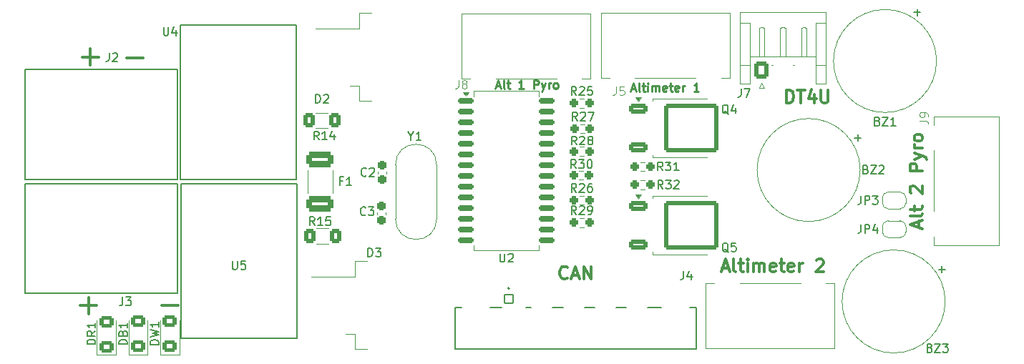
<source format=gto>
G04 #@! TF.GenerationSoftware,KiCad,Pcbnew,9.0.7*
G04 #@! TF.CreationDate,2026-01-21T21:20:38-05:00*
G04 #@! TF.ProjectId,remote_arming,72656d6f-7465-45f6-9172-6d696e672e6b,rev?*
G04 #@! TF.SameCoordinates,Original*
G04 #@! TF.FileFunction,Legend,Top*
G04 #@! TF.FilePolarity,Positive*
%FSLAX46Y46*%
G04 Gerber Fmt 4.6, Leading zero omitted, Abs format (unit mm)*
G04 Created by KiCad (PCBNEW 9.0.7) date 2026-01-21 21:20:38*
%MOMM*%
%LPD*%
G01*
G04 APERTURE LIST*
G04 Aperture macros list*
%AMRoundRect*
0 Rectangle with rounded corners*
0 $1 Rounding radius*
0 $2 $3 $4 $5 $6 $7 $8 $9 X,Y pos of 4 corners*
0 Add a 4 corners polygon primitive as box body*
4,1,4,$2,$3,$4,$5,$6,$7,$8,$9,$2,$3,0*
0 Add four circle primitives for the rounded corners*
1,1,$1+$1,$2,$3*
1,1,$1+$1,$4,$5*
1,1,$1+$1,$6,$7*
1,1,$1+$1,$8,$9*
0 Add four rect primitives between the rounded corners*
20,1,$1+$1,$2,$3,$4,$5,0*
20,1,$1+$1,$4,$5,$6,$7,0*
20,1,$1+$1,$6,$7,$8,$9,0*
20,1,$1+$1,$8,$9,$2,$3,0*%
%AMFreePoly0*
4,1,23,0.500000,-0.750000,0.000000,-0.750000,0.000000,-0.745722,-0.065263,-0.745722,-0.191342,-0.711940,-0.304381,-0.646677,-0.396677,-0.554381,-0.461940,-0.441342,-0.495722,-0.315263,-0.495722,-0.250000,-0.500000,-0.250000,-0.500000,0.250000,-0.495722,0.250000,-0.495722,0.315263,-0.461940,0.441342,-0.396677,0.554381,-0.304381,0.646677,-0.191342,0.711940,-0.065263,0.745722,0.000000,0.745722,
0.000000,0.750000,0.500000,0.750000,0.500000,-0.750000,0.500000,-0.750000,$1*%
%AMFreePoly1*
4,1,23,0.000000,0.745722,0.065263,0.745722,0.191342,0.711940,0.304381,0.646677,0.396677,0.554381,0.461940,0.441342,0.495722,0.315263,0.495722,0.250000,0.500000,0.250000,0.500000,-0.250000,0.495722,-0.250000,0.495722,-0.315263,0.461940,-0.441342,0.396677,-0.554381,0.304381,-0.646677,0.191342,-0.711940,0.065263,-0.745722,0.000000,-0.745722,0.000000,-0.750000,-0.500000,-0.750000,
-0.500000,0.750000,0.000000,0.750000,0.000000,0.745722,0.000000,0.745722,$1*%
G04 Aperture macros list end*
%ADD10C,0.300000*%
%ADD11C,0.250000*%
%ADD12C,0.150000*%
%ADD13C,0.100000*%
%ADD14C,0.120000*%
%ADD15C,0.127000*%
%ADD16C,0.200000*%
%ADD17RoundRect,0.237500X0.237500X-0.300000X0.237500X0.300000X-0.237500X0.300000X-0.237500X-0.300000X0*%
%ADD18RoundRect,0.342308X1.232692X-0.547692X1.232692X0.547692X-1.232692X0.547692X-1.232692X-0.547692X0*%
%ADD19R,2.000000X2.000000*%
%ADD20C,2.000000*%
%ADD21C,3.800000*%
%ADD22C,1.000000*%
%ADD23RoundRect,0.237500X-0.250000X-0.237500X0.250000X-0.237500X0.250000X0.237500X-0.250000X0.237500X0*%
%ADD24RoundRect,0.250001X0.624999X-0.462499X0.624999X0.462499X-0.624999X0.462499X-0.624999X-0.462499X0*%
%ADD25RoundRect,0.250000X-0.600000X-0.725000X0.600000X-0.725000X0.600000X0.725000X-0.600000X0.725000X0*%
%ADD26O,1.700000X1.950000*%
%ADD27FreePoly0,180.000000*%
%ADD28FreePoly1,180.000000*%
%ADD29RoundRect,0.237500X0.250000X0.237500X-0.250000X0.237500X-0.250000X-0.237500X0.250000X-0.237500X0*%
%ADD30C,2.550000*%
%ADD31RoundRect,0.102000X-0.500000X-0.500000X0.500000X-0.500000X0.500000X0.500000X-0.500000X0.500000X0*%
%ADD32C,1.204000*%
%ADD33C,2.379000*%
%ADD34C,3.000000*%
%ADD35C,3.600000*%
%ADD36C,6.400000*%
%ADD37C,6.197600*%
%ADD38RoundRect,0.250000X-0.850000X-0.350000X0.850000X-0.350000X0.850000X0.350000X-0.850000X0.350000X0*%
%ADD39RoundRect,0.249997X-2.950003X-2.650003X2.950003X-2.650003X2.950003X2.650003X-2.950003X2.650003X0*%
%ADD40R,4.600000X1.100000*%
%ADD41R,9.400000X10.800000*%
%ADD42RoundRect,0.250000X0.400000X0.625000X-0.400000X0.625000X-0.400000X-0.625000X0.400000X-0.625000X0*%
%ADD43C,1.500000*%
%ADD44RoundRect,0.237500X-0.237500X0.300000X-0.237500X-0.300000X0.237500X-0.300000X0.237500X0.300000X0*%
%ADD45RoundRect,0.150000X-0.750000X-0.150000X0.750000X-0.150000X0.750000X0.150000X-0.750000X0.150000X0*%
G04 APERTURE END LIST*
D10*
X105966380Y-108751433D02*
X107901619Y-108751433D01*
X106933999Y-109719052D02*
X106933999Y-107783814D01*
X106169580Y-79338233D02*
X108104819Y-79338233D01*
X107137199Y-80305852D02*
X107137199Y-78370614D01*
X113388019Y-79462566D02*
X111452781Y-79462566D01*
X163577114Y-105488271D02*
X163505686Y-105559700D01*
X163505686Y-105559700D02*
X163291400Y-105631128D01*
X163291400Y-105631128D02*
X163148543Y-105631128D01*
X163148543Y-105631128D02*
X162934257Y-105559700D01*
X162934257Y-105559700D02*
X162791400Y-105416842D01*
X162791400Y-105416842D02*
X162719971Y-105273985D01*
X162719971Y-105273985D02*
X162648543Y-104988271D01*
X162648543Y-104988271D02*
X162648543Y-104773985D01*
X162648543Y-104773985D02*
X162719971Y-104488271D01*
X162719971Y-104488271D02*
X162791400Y-104345414D01*
X162791400Y-104345414D02*
X162934257Y-104202557D01*
X162934257Y-104202557D02*
X163148543Y-104131128D01*
X163148543Y-104131128D02*
X163291400Y-104131128D01*
X163291400Y-104131128D02*
X163505686Y-104202557D01*
X163505686Y-104202557D02*
X163577114Y-104273985D01*
X164148543Y-105202557D02*
X164862829Y-105202557D01*
X164005686Y-105631128D02*
X164505686Y-104131128D01*
X164505686Y-104131128D02*
X165005686Y-105631128D01*
X165505685Y-105631128D02*
X165505685Y-104131128D01*
X165505685Y-104131128D02*
X166362828Y-105631128D01*
X166362828Y-105631128D02*
X166362828Y-104131128D01*
X189508914Y-84752328D02*
X189508914Y-83252328D01*
X189508914Y-83252328D02*
X189866057Y-83252328D01*
X189866057Y-83252328D02*
X190080343Y-83323757D01*
X190080343Y-83323757D02*
X190223200Y-83466614D01*
X190223200Y-83466614D02*
X190294629Y-83609471D01*
X190294629Y-83609471D02*
X190366057Y-83895185D01*
X190366057Y-83895185D02*
X190366057Y-84109471D01*
X190366057Y-84109471D02*
X190294629Y-84395185D01*
X190294629Y-84395185D02*
X190223200Y-84538042D01*
X190223200Y-84538042D02*
X190080343Y-84680900D01*
X190080343Y-84680900D02*
X189866057Y-84752328D01*
X189866057Y-84752328D02*
X189508914Y-84752328D01*
X190794629Y-83252328D02*
X191651772Y-83252328D01*
X191223200Y-84752328D02*
X191223200Y-83252328D01*
X192794629Y-83752328D02*
X192794629Y-84752328D01*
X192437486Y-83180900D02*
X192080343Y-84252328D01*
X192080343Y-84252328D02*
X193008914Y-84252328D01*
X193580342Y-83252328D02*
X193580342Y-84466614D01*
X193580342Y-84466614D02*
X193651771Y-84609471D01*
X193651771Y-84609471D02*
X193723200Y-84680900D01*
X193723200Y-84680900D02*
X193866057Y-84752328D01*
X193866057Y-84752328D02*
X194151771Y-84752328D01*
X194151771Y-84752328D02*
X194294628Y-84680900D01*
X194294628Y-84680900D02*
X194366057Y-84609471D01*
X194366057Y-84609471D02*
X194437485Y-84466614D01*
X194437485Y-84466614D02*
X194437485Y-83252328D01*
D11*
X155113332Y-82783904D02*
X155589522Y-82783904D01*
X155018094Y-83069619D02*
X155351427Y-82069619D01*
X155351427Y-82069619D02*
X155684760Y-83069619D01*
X156160951Y-83069619D02*
X156065713Y-83022000D01*
X156065713Y-83022000D02*
X156018094Y-82926761D01*
X156018094Y-82926761D02*
X156018094Y-82069619D01*
X156399047Y-82402952D02*
X156779999Y-82402952D01*
X156541904Y-82069619D02*
X156541904Y-82926761D01*
X156541904Y-82926761D02*
X156589523Y-83022000D01*
X156589523Y-83022000D02*
X156684761Y-83069619D01*
X156684761Y-83069619D02*
X156779999Y-83069619D01*
X158399047Y-83069619D02*
X157827619Y-83069619D01*
X158113333Y-83069619D02*
X158113333Y-82069619D01*
X158113333Y-82069619D02*
X158018095Y-82212476D01*
X158018095Y-82212476D02*
X157922857Y-82307714D01*
X157922857Y-82307714D02*
X157827619Y-82355333D01*
X159589524Y-83069619D02*
X159589524Y-82069619D01*
X159589524Y-82069619D02*
X159970476Y-82069619D01*
X159970476Y-82069619D02*
X160065714Y-82117238D01*
X160065714Y-82117238D02*
X160113333Y-82164857D01*
X160113333Y-82164857D02*
X160160952Y-82260095D01*
X160160952Y-82260095D02*
X160160952Y-82402952D01*
X160160952Y-82402952D02*
X160113333Y-82498190D01*
X160113333Y-82498190D02*
X160065714Y-82545809D01*
X160065714Y-82545809D02*
X159970476Y-82593428D01*
X159970476Y-82593428D02*
X159589524Y-82593428D01*
X160494286Y-82402952D02*
X160732381Y-83069619D01*
X160970476Y-82402952D02*
X160732381Y-83069619D01*
X160732381Y-83069619D02*
X160637143Y-83307714D01*
X160637143Y-83307714D02*
X160589524Y-83355333D01*
X160589524Y-83355333D02*
X160494286Y-83402952D01*
X161351429Y-83069619D02*
X161351429Y-82402952D01*
X161351429Y-82593428D02*
X161399048Y-82498190D01*
X161399048Y-82498190D02*
X161446667Y-82450571D01*
X161446667Y-82450571D02*
X161541905Y-82402952D01*
X161541905Y-82402952D02*
X161637143Y-82402952D01*
X162113334Y-83069619D02*
X162018096Y-83022000D01*
X162018096Y-83022000D02*
X161970477Y-82974380D01*
X161970477Y-82974380D02*
X161922858Y-82879142D01*
X161922858Y-82879142D02*
X161922858Y-82593428D01*
X161922858Y-82593428D02*
X161970477Y-82498190D01*
X161970477Y-82498190D02*
X162018096Y-82450571D01*
X162018096Y-82450571D02*
X162113334Y-82402952D01*
X162113334Y-82402952D02*
X162256191Y-82402952D01*
X162256191Y-82402952D02*
X162351429Y-82450571D01*
X162351429Y-82450571D02*
X162399048Y-82498190D01*
X162399048Y-82498190D02*
X162446667Y-82593428D01*
X162446667Y-82593428D02*
X162446667Y-82879142D01*
X162446667Y-82879142D02*
X162399048Y-82974380D01*
X162399048Y-82974380D02*
X162351429Y-83022000D01*
X162351429Y-83022000D02*
X162256191Y-83069619D01*
X162256191Y-83069619D02*
X162113334Y-83069619D01*
D10*
X117553619Y-108774166D02*
X115618381Y-108774166D01*
X205176957Y-99505520D02*
X205176957Y-98791235D01*
X205605528Y-99648377D02*
X204105528Y-99148377D01*
X204105528Y-99148377D02*
X205605528Y-98648377D01*
X205605528Y-97934092D02*
X205534100Y-98076949D01*
X205534100Y-98076949D02*
X205391242Y-98148378D01*
X205391242Y-98148378D02*
X204105528Y-98148378D01*
X204605528Y-97576949D02*
X204605528Y-97005521D01*
X204105528Y-97362664D02*
X205391242Y-97362664D01*
X205391242Y-97362664D02*
X205534100Y-97291235D01*
X205534100Y-97291235D02*
X205605528Y-97148378D01*
X205605528Y-97148378D02*
X205605528Y-97005521D01*
X204248385Y-95434092D02*
X204176957Y-95362664D01*
X204176957Y-95362664D02*
X204105528Y-95219807D01*
X204105528Y-95219807D02*
X204105528Y-94862664D01*
X204105528Y-94862664D02*
X204176957Y-94719807D01*
X204176957Y-94719807D02*
X204248385Y-94648378D01*
X204248385Y-94648378D02*
X204391242Y-94576949D01*
X204391242Y-94576949D02*
X204534100Y-94576949D01*
X204534100Y-94576949D02*
X204748385Y-94648378D01*
X204748385Y-94648378D02*
X205605528Y-95505521D01*
X205605528Y-95505521D02*
X205605528Y-94576949D01*
X205605528Y-92791236D02*
X204105528Y-92791236D01*
X204105528Y-92791236D02*
X204105528Y-92219807D01*
X204105528Y-92219807D02*
X204176957Y-92076950D01*
X204176957Y-92076950D02*
X204248385Y-92005521D01*
X204248385Y-92005521D02*
X204391242Y-91934093D01*
X204391242Y-91934093D02*
X204605528Y-91934093D01*
X204605528Y-91934093D02*
X204748385Y-92005521D01*
X204748385Y-92005521D02*
X204819814Y-92076950D01*
X204819814Y-92076950D02*
X204891242Y-92219807D01*
X204891242Y-92219807D02*
X204891242Y-92791236D01*
X204605528Y-91434093D02*
X205605528Y-91076950D01*
X204605528Y-90719807D02*
X205605528Y-91076950D01*
X205605528Y-91076950D02*
X205962671Y-91219807D01*
X205962671Y-91219807D02*
X206034100Y-91291236D01*
X206034100Y-91291236D02*
X206105528Y-91434093D01*
X205605528Y-90148379D02*
X204605528Y-90148379D01*
X204891242Y-90148379D02*
X204748385Y-90076950D01*
X204748385Y-90076950D02*
X204676957Y-90005522D01*
X204676957Y-90005522D02*
X204605528Y-89862664D01*
X204605528Y-89862664D02*
X204605528Y-89719807D01*
X205605528Y-89005522D02*
X205534100Y-89148379D01*
X205534100Y-89148379D02*
X205462671Y-89219808D01*
X205462671Y-89219808D02*
X205319814Y-89291236D01*
X205319814Y-89291236D02*
X204891242Y-89291236D01*
X204891242Y-89291236D02*
X204748385Y-89219808D01*
X204748385Y-89219808D02*
X204676957Y-89148379D01*
X204676957Y-89148379D02*
X204605528Y-89005522D01*
X204605528Y-89005522D02*
X204605528Y-88791236D01*
X204605528Y-88791236D02*
X204676957Y-88648379D01*
X204676957Y-88648379D02*
X204748385Y-88576951D01*
X204748385Y-88576951D02*
X204891242Y-88505522D01*
X204891242Y-88505522D02*
X205319814Y-88505522D01*
X205319814Y-88505522D02*
X205462671Y-88576951D01*
X205462671Y-88576951D02*
X205534100Y-88648379D01*
X205534100Y-88648379D02*
X205605528Y-88791236D01*
X205605528Y-88791236D02*
X205605528Y-89005522D01*
X181909201Y-104338957D02*
X182623487Y-104338957D01*
X181766344Y-104767528D02*
X182266344Y-103267528D01*
X182266344Y-103267528D02*
X182766344Y-104767528D01*
X183480629Y-104767528D02*
X183337772Y-104696100D01*
X183337772Y-104696100D02*
X183266343Y-104553242D01*
X183266343Y-104553242D02*
X183266343Y-103267528D01*
X183837772Y-103767528D02*
X184409200Y-103767528D01*
X184052057Y-103267528D02*
X184052057Y-104553242D01*
X184052057Y-104553242D02*
X184123486Y-104696100D01*
X184123486Y-104696100D02*
X184266343Y-104767528D01*
X184266343Y-104767528D02*
X184409200Y-104767528D01*
X184909200Y-104767528D02*
X184909200Y-103767528D01*
X184909200Y-103267528D02*
X184837772Y-103338957D01*
X184837772Y-103338957D02*
X184909200Y-103410385D01*
X184909200Y-103410385D02*
X184980629Y-103338957D01*
X184980629Y-103338957D02*
X184909200Y-103267528D01*
X184909200Y-103267528D02*
X184909200Y-103410385D01*
X185623486Y-104767528D02*
X185623486Y-103767528D01*
X185623486Y-103910385D02*
X185694915Y-103838957D01*
X185694915Y-103838957D02*
X185837772Y-103767528D01*
X185837772Y-103767528D02*
X186052058Y-103767528D01*
X186052058Y-103767528D02*
X186194915Y-103838957D01*
X186194915Y-103838957D02*
X186266344Y-103981814D01*
X186266344Y-103981814D02*
X186266344Y-104767528D01*
X186266344Y-103981814D02*
X186337772Y-103838957D01*
X186337772Y-103838957D02*
X186480629Y-103767528D01*
X186480629Y-103767528D02*
X186694915Y-103767528D01*
X186694915Y-103767528D02*
X186837772Y-103838957D01*
X186837772Y-103838957D02*
X186909201Y-103981814D01*
X186909201Y-103981814D02*
X186909201Y-104767528D01*
X188194915Y-104696100D02*
X188052058Y-104767528D01*
X188052058Y-104767528D02*
X187766344Y-104767528D01*
X187766344Y-104767528D02*
X187623486Y-104696100D01*
X187623486Y-104696100D02*
X187552058Y-104553242D01*
X187552058Y-104553242D02*
X187552058Y-103981814D01*
X187552058Y-103981814D02*
X187623486Y-103838957D01*
X187623486Y-103838957D02*
X187766344Y-103767528D01*
X187766344Y-103767528D02*
X188052058Y-103767528D01*
X188052058Y-103767528D02*
X188194915Y-103838957D01*
X188194915Y-103838957D02*
X188266344Y-103981814D01*
X188266344Y-103981814D02*
X188266344Y-104124671D01*
X188266344Y-104124671D02*
X187552058Y-104267528D01*
X188694915Y-103767528D02*
X189266343Y-103767528D01*
X188909200Y-103267528D02*
X188909200Y-104553242D01*
X188909200Y-104553242D02*
X188980629Y-104696100D01*
X188980629Y-104696100D02*
X189123486Y-104767528D01*
X189123486Y-104767528D02*
X189266343Y-104767528D01*
X190337772Y-104696100D02*
X190194915Y-104767528D01*
X190194915Y-104767528D02*
X189909201Y-104767528D01*
X189909201Y-104767528D02*
X189766343Y-104696100D01*
X189766343Y-104696100D02*
X189694915Y-104553242D01*
X189694915Y-104553242D02*
X189694915Y-103981814D01*
X189694915Y-103981814D02*
X189766343Y-103838957D01*
X189766343Y-103838957D02*
X189909201Y-103767528D01*
X189909201Y-103767528D02*
X190194915Y-103767528D01*
X190194915Y-103767528D02*
X190337772Y-103838957D01*
X190337772Y-103838957D02*
X190409201Y-103981814D01*
X190409201Y-103981814D02*
X190409201Y-104124671D01*
X190409201Y-104124671D02*
X189694915Y-104267528D01*
X191052057Y-104767528D02*
X191052057Y-103767528D01*
X191052057Y-104053242D02*
X191123486Y-103910385D01*
X191123486Y-103910385D02*
X191194915Y-103838957D01*
X191194915Y-103838957D02*
X191337772Y-103767528D01*
X191337772Y-103767528D02*
X191480629Y-103767528D01*
X193052057Y-103410385D02*
X193123485Y-103338957D01*
X193123485Y-103338957D02*
X193266343Y-103267528D01*
X193266343Y-103267528D02*
X193623485Y-103267528D01*
X193623485Y-103267528D02*
X193766343Y-103338957D01*
X193766343Y-103338957D02*
X193837771Y-103410385D01*
X193837771Y-103410385D02*
X193909200Y-103553242D01*
X193909200Y-103553242D02*
X193909200Y-103696100D01*
X193909200Y-103696100D02*
X193837771Y-103910385D01*
X193837771Y-103910385D02*
X192980628Y-104767528D01*
X192980628Y-104767528D02*
X193909200Y-104767528D01*
D11*
X171107599Y-83120304D02*
X171583789Y-83120304D01*
X171012361Y-83406019D02*
X171345694Y-82406019D01*
X171345694Y-82406019D02*
X171679027Y-83406019D01*
X172155218Y-83406019D02*
X172059980Y-83358400D01*
X172059980Y-83358400D02*
X172012361Y-83263161D01*
X172012361Y-83263161D02*
X172012361Y-82406019D01*
X172393314Y-82739352D02*
X172774266Y-82739352D01*
X172536171Y-82406019D02*
X172536171Y-83263161D01*
X172536171Y-83263161D02*
X172583790Y-83358400D01*
X172583790Y-83358400D02*
X172679028Y-83406019D01*
X172679028Y-83406019D02*
X172774266Y-83406019D01*
X173107600Y-83406019D02*
X173107600Y-82739352D01*
X173107600Y-82406019D02*
X173059981Y-82453638D01*
X173059981Y-82453638D02*
X173107600Y-82501257D01*
X173107600Y-82501257D02*
X173155219Y-82453638D01*
X173155219Y-82453638D02*
X173107600Y-82406019D01*
X173107600Y-82406019D02*
X173107600Y-82501257D01*
X173583790Y-83406019D02*
X173583790Y-82739352D01*
X173583790Y-82834590D02*
X173631409Y-82786971D01*
X173631409Y-82786971D02*
X173726647Y-82739352D01*
X173726647Y-82739352D02*
X173869504Y-82739352D01*
X173869504Y-82739352D02*
X173964742Y-82786971D01*
X173964742Y-82786971D02*
X174012361Y-82882209D01*
X174012361Y-82882209D02*
X174012361Y-83406019D01*
X174012361Y-82882209D02*
X174059980Y-82786971D01*
X174059980Y-82786971D02*
X174155218Y-82739352D01*
X174155218Y-82739352D02*
X174298075Y-82739352D01*
X174298075Y-82739352D02*
X174393314Y-82786971D01*
X174393314Y-82786971D02*
X174440933Y-82882209D01*
X174440933Y-82882209D02*
X174440933Y-83406019D01*
X175298075Y-83358400D02*
X175202837Y-83406019D01*
X175202837Y-83406019D02*
X175012361Y-83406019D01*
X175012361Y-83406019D02*
X174917123Y-83358400D01*
X174917123Y-83358400D02*
X174869504Y-83263161D01*
X174869504Y-83263161D02*
X174869504Y-82882209D01*
X174869504Y-82882209D02*
X174917123Y-82786971D01*
X174917123Y-82786971D02*
X175012361Y-82739352D01*
X175012361Y-82739352D02*
X175202837Y-82739352D01*
X175202837Y-82739352D02*
X175298075Y-82786971D01*
X175298075Y-82786971D02*
X175345694Y-82882209D01*
X175345694Y-82882209D02*
X175345694Y-82977447D01*
X175345694Y-82977447D02*
X174869504Y-83072685D01*
X175631409Y-82739352D02*
X176012361Y-82739352D01*
X175774266Y-82406019D02*
X175774266Y-83263161D01*
X175774266Y-83263161D02*
X175821885Y-83358400D01*
X175821885Y-83358400D02*
X175917123Y-83406019D01*
X175917123Y-83406019D02*
X176012361Y-83406019D01*
X176726647Y-83358400D02*
X176631409Y-83406019D01*
X176631409Y-83406019D02*
X176440933Y-83406019D01*
X176440933Y-83406019D02*
X176345695Y-83358400D01*
X176345695Y-83358400D02*
X176298076Y-83263161D01*
X176298076Y-83263161D02*
X176298076Y-82882209D01*
X176298076Y-82882209D02*
X176345695Y-82786971D01*
X176345695Y-82786971D02*
X176440933Y-82739352D01*
X176440933Y-82739352D02*
X176631409Y-82739352D01*
X176631409Y-82739352D02*
X176726647Y-82786971D01*
X176726647Y-82786971D02*
X176774266Y-82882209D01*
X176774266Y-82882209D02*
X176774266Y-82977447D01*
X176774266Y-82977447D02*
X176298076Y-83072685D01*
X177202838Y-83406019D02*
X177202838Y-82739352D01*
X177202838Y-82929828D02*
X177250457Y-82834590D01*
X177250457Y-82834590D02*
X177298076Y-82786971D01*
X177298076Y-82786971D02*
X177393314Y-82739352D01*
X177393314Y-82739352D02*
X177488552Y-82739352D01*
X179107600Y-83406019D02*
X178536172Y-83406019D01*
X178821886Y-83406019D02*
X178821886Y-82406019D01*
X178821886Y-82406019D02*
X178726648Y-82548876D01*
X178726648Y-82548876D02*
X178631410Y-82644114D01*
X178631410Y-82644114D02*
X178536172Y-82691733D01*
D12*
X139787333Y-93372780D02*
X139739714Y-93420400D01*
X139739714Y-93420400D02*
X139596857Y-93468019D01*
X139596857Y-93468019D02*
X139501619Y-93468019D01*
X139501619Y-93468019D02*
X139358762Y-93420400D01*
X139358762Y-93420400D02*
X139263524Y-93325161D01*
X139263524Y-93325161D02*
X139215905Y-93229923D01*
X139215905Y-93229923D02*
X139168286Y-93039447D01*
X139168286Y-93039447D02*
X139168286Y-92896590D01*
X139168286Y-92896590D02*
X139215905Y-92706114D01*
X139215905Y-92706114D02*
X139263524Y-92610876D01*
X139263524Y-92610876D02*
X139358762Y-92515638D01*
X139358762Y-92515638D02*
X139501619Y-92468019D01*
X139501619Y-92468019D02*
X139596857Y-92468019D01*
X139596857Y-92468019D02*
X139739714Y-92515638D01*
X139739714Y-92515638D02*
X139787333Y-92563257D01*
X140168286Y-92563257D02*
X140215905Y-92515638D01*
X140215905Y-92515638D02*
X140311143Y-92468019D01*
X140311143Y-92468019D02*
X140549238Y-92468019D01*
X140549238Y-92468019D02*
X140644476Y-92515638D01*
X140644476Y-92515638D02*
X140692095Y-92563257D01*
X140692095Y-92563257D02*
X140739714Y-92658495D01*
X140739714Y-92658495D02*
X140739714Y-92753733D01*
X140739714Y-92753733D02*
X140692095Y-92896590D01*
X140692095Y-92896590D02*
X140120667Y-93468019D01*
X140120667Y-93468019D02*
X140739714Y-93468019D01*
X136979066Y-94016509D02*
X136645733Y-94016509D01*
X136645733Y-94540319D02*
X136645733Y-93540319D01*
X136645733Y-93540319D02*
X137121923Y-93540319D01*
X138026685Y-94540319D02*
X137455257Y-94540319D01*
X137740971Y-94540319D02*
X137740971Y-93540319D01*
X137740971Y-93540319D02*
X137645733Y-93683176D01*
X137645733Y-93683176D02*
X137550495Y-93778414D01*
X137550495Y-93778414D02*
X137455257Y-93826033D01*
X200277047Y-86937809D02*
X200419904Y-86985428D01*
X200419904Y-86985428D02*
X200467523Y-87033047D01*
X200467523Y-87033047D02*
X200515142Y-87128285D01*
X200515142Y-87128285D02*
X200515142Y-87271142D01*
X200515142Y-87271142D02*
X200467523Y-87366380D01*
X200467523Y-87366380D02*
X200419904Y-87414000D01*
X200419904Y-87414000D02*
X200324666Y-87461619D01*
X200324666Y-87461619D02*
X199943714Y-87461619D01*
X199943714Y-87461619D02*
X199943714Y-86461619D01*
X199943714Y-86461619D02*
X200277047Y-86461619D01*
X200277047Y-86461619D02*
X200372285Y-86509238D01*
X200372285Y-86509238D02*
X200419904Y-86556857D01*
X200419904Y-86556857D02*
X200467523Y-86652095D01*
X200467523Y-86652095D02*
X200467523Y-86747333D01*
X200467523Y-86747333D02*
X200419904Y-86842571D01*
X200419904Y-86842571D02*
X200372285Y-86890190D01*
X200372285Y-86890190D02*
X200277047Y-86937809D01*
X200277047Y-86937809D02*
X199943714Y-86937809D01*
X200848476Y-86461619D02*
X201515142Y-86461619D01*
X201515142Y-86461619D02*
X200848476Y-87461619D01*
X200848476Y-87461619D02*
X201515142Y-87461619D01*
X202419904Y-87461619D02*
X201848476Y-87461619D01*
X202134190Y-87461619D02*
X202134190Y-86461619D01*
X202134190Y-86461619D02*
X202038952Y-86604476D01*
X202038952Y-86604476D02*
X201943714Y-86699714D01*
X201943714Y-86699714D02*
X201848476Y-86747333D01*
X204587048Y-74064066D02*
X205348953Y-74064066D01*
X204968000Y-74445019D02*
X204968000Y-73683114D01*
X164635142Y-95331319D02*
X164301809Y-94855128D01*
X164063714Y-95331319D02*
X164063714Y-94331319D01*
X164063714Y-94331319D02*
X164444666Y-94331319D01*
X164444666Y-94331319D02*
X164539904Y-94378938D01*
X164539904Y-94378938D02*
X164587523Y-94426557D01*
X164587523Y-94426557D02*
X164635142Y-94521795D01*
X164635142Y-94521795D02*
X164635142Y-94664652D01*
X164635142Y-94664652D02*
X164587523Y-94759890D01*
X164587523Y-94759890D02*
X164539904Y-94807509D01*
X164539904Y-94807509D02*
X164444666Y-94855128D01*
X164444666Y-94855128D02*
X164063714Y-94855128D01*
X165016095Y-94426557D02*
X165063714Y-94378938D01*
X165063714Y-94378938D02*
X165158952Y-94331319D01*
X165158952Y-94331319D02*
X165397047Y-94331319D01*
X165397047Y-94331319D02*
X165492285Y-94378938D01*
X165492285Y-94378938D02*
X165539904Y-94426557D01*
X165539904Y-94426557D02*
X165587523Y-94521795D01*
X165587523Y-94521795D02*
X165587523Y-94617033D01*
X165587523Y-94617033D02*
X165539904Y-94759890D01*
X165539904Y-94759890D02*
X164968476Y-95331319D01*
X164968476Y-95331319D02*
X165587523Y-95331319D01*
X166444666Y-94331319D02*
X166254190Y-94331319D01*
X166254190Y-94331319D02*
X166158952Y-94378938D01*
X166158952Y-94378938D02*
X166111333Y-94426557D01*
X166111333Y-94426557D02*
X166016095Y-94569414D01*
X166016095Y-94569414D02*
X165968476Y-94759890D01*
X165968476Y-94759890D02*
X165968476Y-95140842D01*
X165968476Y-95140842D02*
X166016095Y-95236080D01*
X166016095Y-95236080D02*
X166063714Y-95283700D01*
X166063714Y-95283700D02*
X166158952Y-95331319D01*
X166158952Y-95331319D02*
X166349428Y-95331319D01*
X166349428Y-95331319D02*
X166444666Y-95283700D01*
X166444666Y-95283700D02*
X166492285Y-95236080D01*
X166492285Y-95236080D02*
X166539904Y-95140842D01*
X166539904Y-95140842D02*
X166539904Y-94902747D01*
X166539904Y-94902747D02*
X166492285Y-94807509D01*
X166492285Y-94807509D02*
X166444666Y-94759890D01*
X166444666Y-94759890D02*
X166349428Y-94712271D01*
X166349428Y-94712271D02*
X166158952Y-94712271D01*
X166158952Y-94712271D02*
X166063714Y-94759890D01*
X166063714Y-94759890D02*
X166016095Y-94807509D01*
X166016095Y-94807509D02*
X165968476Y-94902747D01*
X206464447Y-113777009D02*
X206607304Y-113824628D01*
X206607304Y-113824628D02*
X206654923Y-113872247D01*
X206654923Y-113872247D02*
X206702542Y-113967485D01*
X206702542Y-113967485D02*
X206702542Y-114110342D01*
X206702542Y-114110342D02*
X206654923Y-114205580D01*
X206654923Y-114205580D02*
X206607304Y-114253200D01*
X206607304Y-114253200D02*
X206512066Y-114300819D01*
X206512066Y-114300819D02*
X206131114Y-114300819D01*
X206131114Y-114300819D02*
X206131114Y-113300819D01*
X206131114Y-113300819D02*
X206464447Y-113300819D01*
X206464447Y-113300819D02*
X206559685Y-113348438D01*
X206559685Y-113348438D02*
X206607304Y-113396057D01*
X206607304Y-113396057D02*
X206654923Y-113491295D01*
X206654923Y-113491295D02*
X206654923Y-113586533D01*
X206654923Y-113586533D02*
X206607304Y-113681771D01*
X206607304Y-113681771D02*
X206559685Y-113729390D01*
X206559685Y-113729390D02*
X206464447Y-113777009D01*
X206464447Y-113777009D02*
X206131114Y-113777009D01*
X207035876Y-113300819D02*
X207702542Y-113300819D01*
X207702542Y-113300819D02*
X207035876Y-114300819D01*
X207035876Y-114300819D02*
X207702542Y-114300819D01*
X207988257Y-113300819D02*
X208607304Y-113300819D01*
X208607304Y-113300819D02*
X208273971Y-113681771D01*
X208273971Y-113681771D02*
X208416828Y-113681771D01*
X208416828Y-113681771D02*
X208512066Y-113729390D01*
X208512066Y-113729390D02*
X208559685Y-113777009D01*
X208559685Y-113777009D02*
X208607304Y-113872247D01*
X208607304Y-113872247D02*
X208607304Y-114110342D01*
X208607304Y-114110342D02*
X208559685Y-114205580D01*
X208559685Y-114205580D02*
X208512066Y-114253200D01*
X208512066Y-114253200D02*
X208416828Y-114300819D01*
X208416828Y-114300819D02*
X208131114Y-114300819D01*
X208131114Y-114300819D02*
X208035876Y-114253200D01*
X208035876Y-114253200D02*
X207988257Y-114205580D01*
X207896666Y-104851151D02*
X207896666Y-104089247D01*
X208277619Y-104470199D02*
X207515714Y-104470199D01*
X107744419Y-113353694D02*
X106744419Y-113353694D01*
X106744419Y-113353694D02*
X106744419Y-113115599D01*
X106744419Y-113115599D02*
X106792038Y-112972742D01*
X106792038Y-112972742D02*
X106887276Y-112877504D01*
X106887276Y-112877504D02*
X106982514Y-112829885D01*
X106982514Y-112829885D02*
X107172990Y-112782266D01*
X107172990Y-112782266D02*
X107315847Y-112782266D01*
X107315847Y-112782266D02*
X107506323Y-112829885D01*
X107506323Y-112829885D02*
X107601561Y-112877504D01*
X107601561Y-112877504D02*
X107696800Y-112972742D01*
X107696800Y-112972742D02*
X107744419Y-113115599D01*
X107744419Y-113115599D02*
X107744419Y-113353694D01*
X107744419Y-111782266D02*
X107268228Y-112115599D01*
X107744419Y-112353694D02*
X106744419Y-112353694D01*
X106744419Y-112353694D02*
X106744419Y-111972742D01*
X106744419Y-111972742D02*
X106792038Y-111877504D01*
X106792038Y-111877504D02*
X106839657Y-111829885D01*
X106839657Y-111829885D02*
X106934895Y-111782266D01*
X106934895Y-111782266D02*
X107077752Y-111782266D01*
X107077752Y-111782266D02*
X107172990Y-111829885D01*
X107172990Y-111829885D02*
X107220609Y-111877504D01*
X107220609Y-111877504D02*
X107268228Y-111972742D01*
X107268228Y-111972742D02*
X107268228Y-112353694D01*
X107744419Y-110829885D02*
X107744419Y-111401313D01*
X107744419Y-111115599D02*
X106744419Y-111115599D01*
X106744419Y-111115599D02*
X106887276Y-111210837D01*
X106887276Y-111210837D02*
X106982514Y-111306075D01*
X106982514Y-111306075D02*
X107030133Y-111401313D01*
X184121466Y-83071619D02*
X184121466Y-83785904D01*
X184121466Y-83785904D02*
X184073847Y-83928761D01*
X184073847Y-83928761D02*
X183978609Y-84024000D01*
X183978609Y-84024000D02*
X183835752Y-84071619D01*
X183835752Y-84071619D02*
X183740514Y-84071619D01*
X184502419Y-83071619D02*
X185169085Y-83071619D01*
X185169085Y-83071619D02*
X184740514Y-84071619D01*
D13*
X205240470Y-86871255D02*
X205954755Y-86871255D01*
X205954755Y-86871255D02*
X206097612Y-86918874D01*
X206097612Y-86918874D02*
X206192851Y-87014112D01*
X206192851Y-87014112D02*
X206240470Y-87156969D01*
X206240470Y-87156969D02*
X206240470Y-87252207D01*
X206240470Y-86347445D02*
X206240470Y-86156969D01*
X206240470Y-86156969D02*
X206192851Y-86061731D01*
X206192851Y-86061731D02*
X206145231Y-86014112D01*
X206145231Y-86014112D02*
X206002374Y-85918874D01*
X206002374Y-85918874D02*
X205811898Y-85871255D01*
X205811898Y-85871255D02*
X205430946Y-85871255D01*
X205430946Y-85871255D02*
X205335708Y-85918874D01*
X205335708Y-85918874D02*
X205288089Y-85966493D01*
X205288089Y-85966493D02*
X205240470Y-86061731D01*
X205240470Y-86061731D02*
X205240470Y-86252207D01*
X205240470Y-86252207D02*
X205288089Y-86347445D01*
X205288089Y-86347445D02*
X205335708Y-86395064D01*
X205335708Y-86395064D02*
X205430946Y-86442683D01*
X205430946Y-86442683D02*
X205669041Y-86442683D01*
X205669041Y-86442683D02*
X205764279Y-86395064D01*
X205764279Y-86395064D02*
X205811898Y-86347445D01*
X205811898Y-86347445D02*
X205859517Y-86252207D01*
X205859517Y-86252207D02*
X205859517Y-86061731D01*
X205859517Y-86061731D02*
X205811898Y-85966493D01*
X205811898Y-85966493D02*
X205764279Y-85918874D01*
X205764279Y-85918874D02*
X205669041Y-85871255D01*
D12*
X164585142Y-92494819D02*
X164251809Y-92018628D01*
X164013714Y-92494819D02*
X164013714Y-91494819D01*
X164013714Y-91494819D02*
X164394666Y-91494819D01*
X164394666Y-91494819D02*
X164489904Y-91542438D01*
X164489904Y-91542438D02*
X164537523Y-91590057D01*
X164537523Y-91590057D02*
X164585142Y-91685295D01*
X164585142Y-91685295D02*
X164585142Y-91828152D01*
X164585142Y-91828152D02*
X164537523Y-91923390D01*
X164537523Y-91923390D02*
X164489904Y-91971009D01*
X164489904Y-91971009D02*
X164394666Y-92018628D01*
X164394666Y-92018628D02*
X164013714Y-92018628D01*
X164918476Y-91494819D02*
X165537523Y-91494819D01*
X165537523Y-91494819D02*
X165204190Y-91875771D01*
X165204190Y-91875771D02*
X165347047Y-91875771D01*
X165347047Y-91875771D02*
X165442285Y-91923390D01*
X165442285Y-91923390D02*
X165489904Y-91971009D01*
X165489904Y-91971009D02*
X165537523Y-92066247D01*
X165537523Y-92066247D02*
X165537523Y-92304342D01*
X165537523Y-92304342D02*
X165489904Y-92399580D01*
X165489904Y-92399580D02*
X165442285Y-92447200D01*
X165442285Y-92447200D02*
X165347047Y-92494819D01*
X165347047Y-92494819D02*
X165061333Y-92494819D01*
X165061333Y-92494819D02*
X164966095Y-92447200D01*
X164966095Y-92447200D02*
X164918476Y-92399580D01*
X166156571Y-91494819D02*
X166251809Y-91494819D01*
X166251809Y-91494819D02*
X166347047Y-91542438D01*
X166347047Y-91542438D02*
X166394666Y-91590057D01*
X166394666Y-91590057D02*
X166442285Y-91685295D01*
X166442285Y-91685295D02*
X166489904Y-91875771D01*
X166489904Y-91875771D02*
X166489904Y-92113866D01*
X166489904Y-92113866D02*
X166442285Y-92304342D01*
X166442285Y-92304342D02*
X166394666Y-92399580D01*
X166394666Y-92399580D02*
X166347047Y-92447200D01*
X166347047Y-92447200D02*
X166251809Y-92494819D01*
X166251809Y-92494819D02*
X166156571Y-92494819D01*
X166156571Y-92494819D02*
X166061333Y-92447200D01*
X166061333Y-92447200D02*
X166013714Y-92399580D01*
X166013714Y-92399580D02*
X165966095Y-92304342D01*
X165966095Y-92304342D02*
X165918476Y-92113866D01*
X165918476Y-92113866D02*
X165918476Y-91875771D01*
X165918476Y-91875771D02*
X165966095Y-91685295D01*
X165966095Y-91685295D02*
X166013714Y-91590057D01*
X166013714Y-91590057D02*
X166061333Y-91542438D01*
X166061333Y-91542438D02*
X166156571Y-91494819D01*
X198302666Y-95771619D02*
X198302666Y-96485904D01*
X198302666Y-96485904D02*
X198255047Y-96628761D01*
X198255047Y-96628761D02*
X198159809Y-96724000D01*
X198159809Y-96724000D02*
X198016952Y-96771619D01*
X198016952Y-96771619D02*
X197921714Y-96771619D01*
X198778857Y-96771619D02*
X198778857Y-95771619D01*
X198778857Y-95771619D02*
X199159809Y-95771619D01*
X199159809Y-95771619D02*
X199255047Y-95819238D01*
X199255047Y-95819238D02*
X199302666Y-95866857D01*
X199302666Y-95866857D02*
X199350285Y-95962095D01*
X199350285Y-95962095D02*
X199350285Y-96104952D01*
X199350285Y-96104952D02*
X199302666Y-96200190D01*
X199302666Y-96200190D02*
X199255047Y-96247809D01*
X199255047Y-96247809D02*
X199159809Y-96295428D01*
X199159809Y-96295428D02*
X198778857Y-96295428D01*
X199683619Y-95771619D02*
X200302666Y-95771619D01*
X200302666Y-95771619D02*
X199969333Y-96152571D01*
X199969333Y-96152571D02*
X200112190Y-96152571D01*
X200112190Y-96152571D02*
X200207428Y-96200190D01*
X200207428Y-96200190D02*
X200255047Y-96247809D01*
X200255047Y-96247809D02*
X200302666Y-96343047D01*
X200302666Y-96343047D02*
X200302666Y-96581142D01*
X200302666Y-96581142D02*
X200255047Y-96676380D01*
X200255047Y-96676380D02*
X200207428Y-96724000D01*
X200207428Y-96724000D02*
X200112190Y-96771619D01*
X200112190Y-96771619D02*
X199826476Y-96771619D01*
X199826476Y-96771619D02*
X199731238Y-96724000D01*
X199731238Y-96724000D02*
X199683619Y-96676380D01*
X164664442Y-89725519D02*
X164331109Y-89249328D01*
X164093014Y-89725519D02*
X164093014Y-88725519D01*
X164093014Y-88725519D02*
X164473966Y-88725519D01*
X164473966Y-88725519D02*
X164569204Y-88773138D01*
X164569204Y-88773138D02*
X164616823Y-88820757D01*
X164616823Y-88820757D02*
X164664442Y-88915995D01*
X164664442Y-88915995D02*
X164664442Y-89058852D01*
X164664442Y-89058852D02*
X164616823Y-89154090D01*
X164616823Y-89154090D02*
X164569204Y-89201709D01*
X164569204Y-89201709D02*
X164473966Y-89249328D01*
X164473966Y-89249328D02*
X164093014Y-89249328D01*
X165045395Y-88820757D02*
X165093014Y-88773138D01*
X165093014Y-88773138D02*
X165188252Y-88725519D01*
X165188252Y-88725519D02*
X165426347Y-88725519D01*
X165426347Y-88725519D02*
X165521585Y-88773138D01*
X165521585Y-88773138D02*
X165569204Y-88820757D01*
X165569204Y-88820757D02*
X165616823Y-88915995D01*
X165616823Y-88915995D02*
X165616823Y-89011233D01*
X165616823Y-89011233D02*
X165569204Y-89154090D01*
X165569204Y-89154090D02*
X164997776Y-89725519D01*
X164997776Y-89725519D02*
X165616823Y-89725519D01*
X166188252Y-89154090D02*
X166093014Y-89106471D01*
X166093014Y-89106471D02*
X166045395Y-89058852D01*
X166045395Y-89058852D02*
X165997776Y-88963614D01*
X165997776Y-88963614D02*
X165997776Y-88915995D01*
X165997776Y-88915995D02*
X166045395Y-88820757D01*
X166045395Y-88820757D02*
X166093014Y-88773138D01*
X166093014Y-88773138D02*
X166188252Y-88725519D01*
X166188252Y-88725519D02*
X166378728Y-88725519D01*
X166378728Y-88725519D02*
X166473966Y-88773138D01*
X166473966Y-88773138D02*
X166521585Y-88820757D01*
X166521585Y-88820757D02*
X166569204Y-88915995D01*
X166569204Y-88915995D02*
X166569204Y-88963614D01*
X166569204Y-88963614D02*
X166521585Y-89058852D01*
X166521585Y-89058852D02*
X166473966Y-89106471D01*
X166473966Y-89106471D02*
X166378728Y-89154090D01*
X166378728Y-89154090D02*
X166188252Y-89154090D01*
X166188252Y-89154090D02*
X166093014Y-89201709D01*
X166093014Y-89201709D02*
X166045395Y-89249328D01*
X166045395Y-89249328D02*
X165997776Y-89344566D01*
X165997776Y-89344566D02*
X165997776Y-89535042D01*
X165997776Y-89535042D02*
X166045395Y-89630280D01*
X166045395Y-89630280D02*
X166093014Y-89677900D01*
X166093014Y-89677900D02*
X166188252Y-89725519D01*
X166188252Y-89725519D02*
X166378728Y-89725519D01*
X166378728Y-89725519D02*
X166473966Y-89677900D01*
X166473966Y-89677900D02*
X166521585Y-89630280D01*
X166521585Y-89630280D02*
X166569204Y-89535042D01*
X166569204Y-89535042D02*
X166569204Y-89344566D01*
X166569204Y-89344566D02*
X166521585Y-89249328D01*
X166521585Y-89249328D02*
X166473966Y-89201709D01*
X166473966Y-89201709D02*
X166378728Y-89154090D01*
X177326666Y-104684819D02*
X177326666Y-105399104D01*
X177326666Y-105399104D02*
X177279047Y-105541961D01*
X177279047Y-105541961D02*
X177183809Y-105637200D01*
X177183809Y-105637200D02*
X177040952Y-105684819D01*
X177040952Y-105684819D02*
X176945714Y-105684819D01*
X178231428Y-105018152D02*
X178231428Y-105684819D01*
X177993333Y-104637200D02*
X177755238Y-105351485D01*
X177755238Y-105351485D02*
X178374285Y-105351485D01*
X109369266Y-78855219D02*
X109369266Y-79569504D01*
X109369266Y-79569504D02*
X109321647Y-79712361D01*
X109321647Y-79712361D02*
X109226409Y-79807600D01*
X109226409Y-79807600D02*
X109083552Y-79855219D01*
X109083552Y-79855219D02*
X108988314Y-79855219D01*
X109797838Y-78950457D02*
X109845457Y-78902838D01*
X109845457Y-78902838D02*
X109940695Y-78855219D01*
X109940695Y-78855219D02*
X110178790Y-78855219D01*
X110178790Y-78855219D02*
X110274028Y-78902838D01*
X110274028Y-78902838D02*
X110321647Y-78950457D01*
X110321647Y-78950457D02*
X110369266Y-79045695D01*
X110369266Y-79045695D02*
X110369266Y-79140933D01*
X110369266Y-79140933D02*
X110321647Y-79283790D01*
X110321647Y-79283790D02*
X109750219Y-79855219D01*
X109750219Y-79855219D02*
X110369266Y-79855219D01*
X174857142Y-92774819D02*
X174523809Y-92298628D01*
X174285714Y-92774819D02*
X174285714Y-91774819D01*
X174285714Y-91774819D02*
X174666666Y-91774819D01*
X174666666Y-91774819D02*
X174761904Y-91822438D01*
X174761904Y-91822438D02*
X174809523Y-91870057D01*
X174809523Y-91870057D02*
X174857142Y-91965295D01*
X174857142Y-91965295D02*
X174857142Y-92108152D01*
X174857142Y-92108152D02*
X174809523Y-92203390D01*
X174809523Y-92203390D02*
X174761904Y-92251009D01*
X174761904Y-92251009D02*
X174666666Y-92298628D01*
X174666666Y-92298628D02*
X174285714Y-92298628D01*
X175190476Y-91774819D02*
X175809523Y-91774819D01*
X175809523Y-91774819D02*
X175476190Y-92155771D01*
X175476190Y-92155771D02*
X175619047Y-92155771D01*
X175619047Y-92155771D02*
X175714285Y-92203390D01*
X175714285Y-92203390D02*
X175761904Y-92251009D01*
X175761904Y-92251009D02*
X175809523Y-92346247D01*
X175809523Y-92346247D02*
X175809523Y-92584342D01*
X175809523Y-92584342D02*
X175761904Y-92679580D01*
X175761904Y-92679580D02*
X175714285Y-92727200D01*
X175714285Y-92727200D02*
X175619047Y-92774819D01*
X175619047Y-92774819D02*
X175333333Y-92774819D01*
X175333333Y-92774819D02*
X175238095Y-92727200D01*
X175238095Y-92727200D02*
X175190476Y-92679580D01*
X176761904Y-92774819D02*
X176190476Y-92774819D01*
X176476190Y-92774819D02*
X176476190Y-91774819D01*
X176476190Y-91774819D02*
X176380952Y-91917676D01*
X176380952Y-91917676D02*
X176285714Y-92012914D01*
X176285714Y-92012914D02*
X176190476Y-92060533D01*
X123952095Y-103478019D02*
X123952095Y-104287542D01*
X123952095Y-104287542D02*
X123999714Y-104382780D01*
X123999714Y-104382780D02*
X124047333Y-104430400D01*
X124047333Y-104430400D02*
X124142571Y-104478019D01*
X124142571Y-104478019D02*
X124333047Y-104478019D01*
X124333047Y-104478019D02*
X124428285Y-104430400D01*
X124428285Y-104430400D02*
X124475904Y-104382780D01*
X124475904Y-104382780D02*
X124523523Y-104287542D01*
X124523523Y-104287542D02*
X124523523Y-103478019D01*
X125475904Y-103478019D02*
X124999714Y-103478019D01*
X124999714Y-103478019D02*
X124952095Y-103954209D01*
X124952095Y-103954209D02*
X124999714Y-103906590D01*
X124999714Y-103906590D02*
X125094952Y-103858971D01*
X125094952Y-103858971D02*
X125333047Y-103858971D01*
X125333047Y-103858971D02*
X125428285Y-103906590D01*
X125428285Y-103906590D02*
X125475904Y-103954209D01*
X125475904Y-103954209D02*
X125523523Y-104049447D01*
X125523523Y-104049447D02*
X125523523Y-104287542D01*
X125523523Y-104287542D02*
X125475904Y-104382780D01*
X125475904Y-104382780D02*
X125428285Y-104430400D01*
X125428285Y-104430400D02*
X125333047Y-104478019D01*
X125333047Y-104478019D02*
X125094952Y-104478019D01*
X125094952Y-104478019D02*
X124999714Y-104430400D01*
X124999714Y-104430400D02*
X124952095Y-104382780D01*
X198302666Y-99175219D02*
X198302666Y-99889504D01*
X198302666Y-99889504D02*
X198255047Y-100032361D01*
X198255047Y-100032361D02*
X198159809Y-100127600D01*
X198159809Y-100127600D02*
X198016952Y-100175219D01*
X198016952Y-100175219D02*
X197921714Y-100175219D01*
X198778857Y-100175219D02*
X198778857Y-99175219D01*
X198778857Y-99175219D02*
X199159809Y-99175219D01*
X199159809Y-99175219D02*
X199255047Y-99222838D01*
X199255047Y-99222838D02*
X199302666Y-99270457D01*
X199302666Y-99270457D02*
X199350285Y-99365695D01*
X199350285Y-99365695D02*
X199350285Y-99508552D01*
X199350285Y-99508552D02*
X199302666Y-99603790D01*
X199302666Y-99603790D02*
X199255047Y-99651409D01*
X199255047Y-99651409D02*
X199159809Y-99699028D01*
X199159809Y-99699028D02*
X198778857Y-99699028D01*
X200207428Y-99508552D02*
X200207428Y-100175219D01*
X199969333Y-99127600D02*
X199731238Y-99841885D01*
X199731238Y-99841885D02*
X200350285Y-99841885D01*
X182632361Y-86097257D02*
X182537123Y-86049638D01*
X182537123Y-86049638D02*
X182441885Y-85954400D01*
X182441885Y-85954400D02*
X182299028Y-85811542D01*
X182299028Y-85811542D02*
X182203790Y-85763923D01*
X182203790Y-85763923D02*
X182108552Y-85763923D01*
X182156171Y-86002019D02*
X182060933Y-85954400D01*
X182060933Y-85954400D02*
X181965695Y-85859161D01*
X181965695Y-85859161D02*
X181918076Y-85668685D01*
X181918076Y-85668685D02*
X181918076Y-85335352D01*
X181918076Y-85335352D02*
X181965695Y-85144876D01*
X181965695Y-85144876D02*
X182060933Y-85049638D01*
X182060933Y-85049638D02*
X182156171Y-85002019D01*
X182156171Y-85002019D02*
X182346647Y-85002019D01*
X182346647Y-85002019D02*
X182441885Y-85049638D01*
X182441885Y-85049638D02*
X182537123Y-85144876D01*
X182537123Y-85144876D02*
X182584742Y-85335352D01*
X182584742Y-85335352D02*
X182584742Y-85668685D01*
X182584742Y-85668685D02*
X182537123Y-85859161D01*
X182537123Y-85859161D02*
X182441885Y-85954400D01*
X182441885Y-85954400D02*
X182346647Y-86002019D01*
X182346647Y-86002019D02*
X182156171Y-86002019D01*
X183441885Y-85335352D02*
X183441885Y-86002019D01*
X183203790Y-84954400D02*
X182965695Y-85668685D01*
X182965695Y-85668685D02*
X183584742Y-85668685D01*
X133797305Y-84763819D02*
X133797305Y-83763819D01*
X133797305Y-83763819D02*
X134035400Y-83763819D01*
X134035400Y-83763819D02*
X134178257Y-83811438D01*
X134178257Y-83811438D02*
X134273495Y-83906676D01*
X134273495Y-83906676D02*
X134321114Y-84001914D01*
X134321114Y-84001914D02*
X134368733Y-84192390D01*
X134368733Y-84192390D02*
X134368733Y-84335247D01*
X134368733Y-84335247D02*
X134321114Y-84525723D01*
X134321114Y-84525723D02*
X134273495Y-84620961D01*
X134273495Y-84620961D02*
X134178257Y-84716200D01*
X134178257Y-84716200D02*
X134035400Y-84763819D01*
X134035400Y-84763819D02*
X133797305Y-84763819D01*
X134749686Y-83859057D02*
X134797305Y-83811438D01*
X134797305Y-83811438D02*
X134892543Y-83763819D01*
X134892543Y-83763819D02*
X135130638Y-83763819D01*
X135130638Y-83763819D02*
X135225876Y-83811438D01*
X135225876Y-83811438D02*
X135273495Y-83859057D01*
X135273495Y-83859057D02*
X135321114Y-83954295D01*
X135321114Y-83954295D02*
X135321114Y-84049533D01*
X135321114Y-84049533D02*
X135273495Y-84192390D01*
X135273495Y-84192390D02*
X134702067Y-84763819D01*
X134702067Y-84763819D02*
X135321114Y-84763819D01*
X174867142Y-94924819D02*
X174533809Y-94448628D01*
X174295714Y-94924819D02*
X174295714Y-93924819D01*
X174295714Y-93924819D02*
X174676666Y-93924819D01*
X174676666Y-93924819D02*
X174771904Y-93972438D01*
X174771904Y-93972438D02*
X174819523Y-94020057D01*
X174819523Y-94020057D02*
X174867142Y-94115295D01*
X174867142Y-94115295D02*
X174867142Y-94258152D01*
X174867142Y-94258152D02*
X174819523Y-94353390D01*
X174819523Y-94353390D02*
X174771904Y-94401009D01*
X174771904Y-94401009D02*
X174676666Y-94448628D01*
X174676666Y-94448628D02*
X174295714Y-94448628D01*
X175200476Y-93924819D02*
X175819523Y-93924819D01*
X175819523Y-93924819D02*
X175486190Y-94305771D01*
X175486190Y-94305771D02*
X175629047Y-94305771D01*
X175629047Y-94305771D02*
X175724285Y-94353390D01*
X175724285Y-94353390D02*
X175771904Y-94401009D01*
X175771904Y-94401009D02*
X175819523Y-94496247D01*
X175819523Y-94496247D02*
X175819523Y-94734342D01*
X175819523Y-94734342D02*
X175771904Y-94829580D01*
X175771904Y-94829580D02*
X175724285Y-94877200D01*
X175724285Y-94877200D02*
X175629047Y-94924819D01*
X175629047Y-94924819D02*
X175343333Y-94924819D01*
X175343333Y-94924819D02*
X175248095Y-94877200D01*
X175248095Y-94877200D02*
X175200476Y-94829580D01*
X176200476Y-94020057D02*
X176248095Y-93972438D01*
X176248095Y-93972438D02*
X176343333Y-93924819D01*
X176343333Y-93924819D02*
X176581428Y-93924819D01*
X176581428Y-93924819D02*
X176676666Y-93972438D01*
X176676666Y-93972438D02*
X176724285Y-94020057D01*
X176724285Y-94020057D02*
X176771904Y-94115295D01*
X176771904Y-94115295D02*
X176771904Y-94210533D01*
X176771904Y-94210533D02*
X176724285Y-94353390D01*
X176724285Y-94353390D02*
X176152857Y-94924819D01*
X176152857Y-94924819D02*
X176771904Y-94924819D01*
D13*
X169316666Y-82847419D02*
X169316666Y-83561704D01*
X169316666Y-83561704D02*
X169269047Y-83704561D01*
X169269047Y-83704561D02*
X169173809Y-83799800D01*
X169173809Y-83799800D02*
X169030952Y-83847419D01*
X169030952Y-83847419D02*
X168935714Y-83847419D01*
X170269047Y-82847419D02*
X169792857Y-82847419D01*
X169792857Y-82847419D02*
X169745238Y-83323609D01*
X169745238Y-83323609D02*
X169792857Y-83275990D01*
X169792857Y-83275990D02*
X169888095Y-83228371D01*
X169888095Y-83228371D02*
X170126190Y-83228371D01*
X170126190Y-83228371D02*
X170221428Y-83275990D01*
X170221428Y-83275990D02*
X170269047Y-83323609D01*
X170269047Y-83323609D02*
X170316666Y-83418847D01*
X170316666Y-83418847D02*
X170316666Y-83656942D01*
X170316666Y-83656942D02*
X170269047Y-83752180D01*
X170269047Y-83752180D02*
X170221428Y-83799800D01*
X170221428Y-83799800D02*
X170126190Y-83847419D01*
X170126190Y-83847419D02*
X169888095Y-83847419D01*
X169888095Y-83847419D02*
X169792857Y-83799800D01*
X169792857Y-83799800D02*
X169745238Y-83752180D01*
D12*
X164634942Y-83835419D02*
X164301609Y-83359228D01*
X164063514Y-83835419D02*
X164063514Y-82835419D01*
X164063514Y-82835419D02*
X164444466Y-82835419D01*
X164444466Y-82835419D02*
X164539704Y-82883038D01*
X164539704Y-82883038D02*
X164587323Y-82930657D01*
X164587323Y-82930657D02*
X164634942Y-83025895D01*
X164634942Y-83025895D02*
X164634942Y-83168752D01*
X164634942Y-83168752D02*
X164587323Y-83263990D01*
X164587323Y-83263990D02*
X164539704Y-83311609D01*
X164539704Y-83311609D02*
X164444466Y-83359228D01*
X164444466Y-83359228D02*
X164063514Y-83359228D01*
X165015895Y-82930657D02*
X165063514Y-82883038D01*
X165063514Y-82883038D02*
X165158752Y-82835419D01*
X165158752Y-82835419D02*
X165396847Y-82835419D01*
X165396847Y-82835419D02*
X165492085Y-82883038D01*
X165492085Y-82883038D02*
X165539704Y-82930657D01*
X165539704Y-82930657D02*
X165587323Y-83025895D01*
X165587323Y-83025895D02*
X165587323Y-83121133D01*
X165587323Y-83121133D02*
X165539704Y-83263990D01*
X165539704Y-83263990D02*
X164968276Y-83835419D01*
X164968276Y-83835419D02*
X165587323Y-83835419D01*
X166492085Y-82835419D02*
X166015895Y-82835419D01*
X166015895Y-82835419D02*
X165968276Y-83311609D01*
X165968276Y-83311609D02*
X166015895Y-83263990D01*
X166015895Y-83263990D02*
X166111133Y-83216371D01*
X166111133Y-83216371D02*
X166349228Y-83216371D01*
X166349228Y-83216371D02*
X166444466Y-83263990D01*
X166444466Y-83263990D02*
X166492085Y-83311609D01*
X166492085Y-83311609D02*
X166539704Y-83406847D01*
X166539704Y-83406847D02*
X166539704Y-83644942D01*
X166539704Y-83644942D02*
X166492085Y-83740180D01*
X166492085Y-83740180D02*
X166444466Y-83787800D01*
X166444466Y-83787800D02*
X166349228Y-83835419D01*
X166349228Y-83835419D02*
X166111133Y-83835419D01*
X166111133Y-83835419D02*
X166015895Y-83787800D01*
X166015895Y-83787800D02*
X165968276Y-83740180D01*
X182632361Y-102454857D02*
X182537123Y-102407238D01*
X182537123Y-102407238D02*
X182441885Y-102312000D01*
X182441885Y-102312000D02*
X182299028Y-102169142D01*
X182299028Y-102169142D02*
X182203790Y-102121523D01*
X182203790Y-102121523D02*
X182108552Y-102121523D01*
X182156171Y-102359619D02*
X182060933Y-102312000D01*
X182060933Y-102312000D02*
X181965695Y-102216761D01*
X181965695Y-102216761D02*
X181918076Y-102026285D01*
X181918076Y-102026285D02*
X181918076Y-101692952D01*
X181918076Y-101692952D02*
X181965695Y-101502476D01*
X181965695Y-101502476D02*
X182060933Y-101407238D01*
X182060933Y-101407238D02*
X182156171Y-101359619D01*
X182156171Y-101359619D02*
X182346647Y-101359619D01*
X182346647Y-101359619D02*
X182441885Y-101407238D01*
X182441885Y-101407238D02*
X182537123Y-101502476D01*
X182537123Y-101502476D02*
X182584742Y-101692952D01*
X182584742Y-101692952D02*
X182584742Y-102026285D01*
X182584742Y-102026285D02*
X182537123Y-102216761D01*
X182537123Y-102216761D02*
X182441885Y-102312000D01*
X182441885Y-102312000D02*
X182346647Y-102359619D01*
X182346647Y-102359619D02*
X182156171Y-102359619D01*
X183489504Y-101359619D02*
X183013314Y-101359619D01*
X183013314Y-101359619D02*
X182965695Y-101835809D01*
X182965695Y-101835809D02*
X183013314Y-101788190D01*
X183013314Y-101788190D02*
X183108552Y-101740571D01*
X183108552Y-101740571D02*
X183346647Y-101740571D01*
X183346647Y-101740571D02*
X183441885Y-101788190D01*
X183441885Y-101788190D02*
X183489504Y-101835809D01*
X183489504Y-101835809D02*
X183537123Y-101931047D01*
X183537123Y-101931047D02*
X183537123Y-102169142D01*
X183537123Y-102169142D02*
X183489504Y-102264380D01*
X183489504Y-102264380D02*
X183441885Y-102312000D01*
X183441885Y-102312000D02*
X183346647Y-102359619D01*
X183346647Y-102359619D02*
X183108552Y-102359619D01*
X183108552Y-102359619D02*
X183013314Y-102312000D01*
X183013314Y-102312000D02*
X182965695Y-102264380D01*
X115212019Y-113374323D02*
X114212019Y-113374323D01*
X114212019Y-113374323D02*
X114212019Y-113136228D01*
X114212019Y-113136228D02*
X114259638Y-112993371D01*
X114259638Y-112993371D02*
X114354876Y-112898133D01*
X114354876Y-112898133D02*
X114450114Y-112850514D01*
X114450114Y-112850514D02*
X114640590Y-112802895D01*
X114640590Y-112802895D02*
X114783447Y-112802895D01*
X114783447Y-112802895D02*
X114973923Y-112850514D01*
X114973923Y-112850514D02*
X115069161Y-112898133D01*
X115069161Y-112898133D02*
X115164400Y-112993371D01*
X115164400Y-112993371D02*
X115212019Y-113136228D01*
X115212019Y-113136228D02*
X115212019Y-113374323D01*
X114212019Y-112469561D02*
X115212019Y-112231466D01*
X115212019Y-112231466D02*
X114497733Y-112040990D01*
X114497733Y-112040990D02*
X115212019Y-111850514D01*
X115212019Y-111850514D02*
X114212019Y-111612419D01*
X115212019Y-110707657D02*
X115212019Y-111279085D01*
X115212019Y-110993371D02*
X114212019Y-110993371D01*
X114212019Y-110993371D02*
X114354876Y-111088609D01*
X114354876Y-111088609D02*
X114450114Y-111183847D01*
X114450114Y-111183847D02*
X114497733Y-111279085D01*
D13*
X150686666Y-82067419D02*
X150686666Y-82781704D01*
X150686666Y-82781704D02*
X150639047Y-82924561D01*
X150639047Y-82924561D02*
X150543809Y-83019800D01*
X150543809Y-83019800D02*
X150400952Y-83067419D01*
X150400952Y-83067419D02*
X150305714Y-83067419D01*
X151305714Y-82495990D02*
X151210476Y-82448371D01*
X151210476Y-82448371D02*
X151162857Y-82400752D01*
X151162857Y-82400752D02*
X151115238Y-82305514D01*
X151115238Y-82305514D02*
X151115238Y-82257895D01*
X151115238Y-82257895D02*
X151162857Y-82162657D01*
X151162857Y-82162657D02*
X151210476Y-82115038D01*
X151210476Y-82115038D02*
X151305714Y-82067419D01*
X151305714Y-82067419D02*
X151496190Y-82067419D01*
X151496190Y-82067419D02*
X151591428Y-82115038D01*
X151591428Y-82115038D02*
X151639047Y-82162657D01*
X151639047Y-82162657D02*
X151686666Y-82257895D01*
X151686666Y-82257895D02*
X151686666Y-82305514D01*
X151686666Y-82305514D02*
X151639047Y-82400752D01*
X151639047Y-82400752D02*
X151591428Y-82448371D01*
X151591428Y-82448371D02*
X151496190Y-82495990D01*
X151496190Y-82495990D02*
X151305714Y-82495990D01*
X151305714Y-82495990D02*
X151210476Y-82543609D01*
X151210476Y-82543609D02*
X151162857Y-82591228D01*
X151162857Y-82591228D02*
X151115238Y-82686466D01*
X151115238Y-82686466D02*
X151115238Y-82876942D01*
X151115238Y-82876942D02*
X151162857Y-82972180D01*
X151162857Y-82972180D02*
X151210476Y-83019800D01*
X151210476Y-83019800D02*
X151305714Y-83067419D01*
X151305714Y-83067419D02*
X151496190Y-83067419D01*
X151496190Y-83067419D02*
X151591428Y-83019800D01*
X151591428Y-83019800D02*
X151639047Y-82972180D01*
X151639047Y-82972180D02*
X151686666Y-82876942D01*
X151686666Y-82876942D02*
X151686666Y-82686466D01*
X151686666Y-82686466D02*
X151639047Y-82591228D01*
X151639047Y-82591228D02*
X151591428Y-82543609D01*
X151591428Y-82543609D02*
X151496190Y-82495990D01*
D12*
X139977905Y-102969219D02*
X139977905Y-101969219D01*
X139977905Y-101969219D02*
X140216000Y-101969219D01*
X140216000Y-101969219D02*
X140358857Y-102016838D01*
X140358857Y-102016838D02*
X140454095Y-102112076D01*
X140454095Y-102112076D02*
X140501714Y-102207314D01*
X140501714Y-102207314D02*
X140549333Y-102397790D01*
X140549333Y-102397790D02*
X140549333Y-102540647D01*
X140549333Y-102540647D02*
X140501714Y-102731123D01*
X140501714Y-102731123D02*
X140454095Y-102826361D01*
X140454095Y-102826361D02*
X140358857Y-102921600D01*
X140358857Y-102921600D02*
X140216000Y-102969219D01*
X140216000Y-102969219D02*
X139977905Y-102969219D01*
X140882667Y-101969219D02*
X141501714Y-101969219D01*
X141501714Y-101969219D02*
X141168381Y-102350171D01*
X141168381Y-102350171D02*
X141311238Y-102350171D01*
X141311238Y-102350171D02*
X141406476Y-102397790D01*
X141406476Y-102397790D02*
X141454095Y-102445409D01*
X141454095Y-102445409D02*
X141501714Y-102540647D01*
X141501714Y-102540647D02*
X141501714Y-102778742D01*
X141501714Y-102778742D02*
X141454095Y-102873980D01*
X141454095Y-102873980D02*
X141406476Y-102921600D01*
X141406476Y-102921600D02*
X141311238Y-102969219D01*
X141311238Y-102969219D02*
X141025524Y-102969219D01*
X141025524Y-102969219D02*
X140930286Y-102921600D01*
X140930286Y-102921600D02*
X140882667Y-102873980D01*
X134180342Y-89130119D02*
X133847009Y-88653928D01*
X133608914Y-89130119D02*
X133608914Y-88130119D01*
X133608914Y-88130119D02*
X133989866Y-88130119D01*
X133989866Y-88130119D02*
X134085104Y-88177738D01*
X134085104Y-88177738D02*
X134132723Y-88225357D01*
X134132723Y-88225357D02*
X134180342Y-88320595D01*
X134180342Y-88320595D02*
X134180342Y-88463452D01*
X134180342Y-88463452D02*
X134132723Y-88558690D01*
X134132723Y-88558690D02*
X134085104Y-88606309D01*
X134085104Y-88606309D02*
X133989866Y-88653928D01*
X133989866Y-88653928D02*
X133608914Y-88653928D01*
X135132723Y-89130119D02*
X134561295Y-89130119D01*
X134847009Y-89130119D02*
X134847009Y-88130119D01*
X134847009Y-88130119D02*
X134751771Y-88272976D01*
X134751771Y-88272976D02*
X134656533Y-88368214D01*
X134656533Y-88368214D02*
X134561295Y-88415833D01*
X135989866Y-88463452D02*
X135989866Y-89130119D01*
X135751771Y-88082500D02*
X135513676Y-88796785D01*
X135513676Y-88796785D02*
X136132723Y-88796785D01*
X145065809Y-88675428D02*
X145065809Y-89151619D01*
X144732476Y-88151619D02*
X145065809Y-88675428D01*
X145065809Y-88675428D02*
X145399142Y-88151619D01*
X146256285Y-89151619D02*
X145684857Y-89151619D01*
X145970571Y-89151619D02*
X145970571Y-88151619D01*
X145970571Y-88151619D02*
X145875333Y-88294476D01*
X145875333Y-88294476D02*
X145780095Y-88389714D01*
X145780095Y-88389714D02*
X145684857Y-88437333D01*
X111503619Y-113353694D02*
X110503619Y-113353694D01*
X110503619Y-113353694D02*
X110503619Y-113115599D01*
X110503619Y-113115599D02*
X110551238Y-112972742D01*
X110551238Y-112972742D02*
X110646476Y-112877504D01*
X110646476Y-112877504D02*
X110741714Y-112829885D01*
X110741714Y-112829885D02*
X110932190Y-112782266D01*
X110932190Y-112782266D02*
X111075047Y-112782266D01*
X111075047Y-112782266D02*
X111265523Y-112829885D01*
X111265523Y-112829885D02*
X111360761Y-112877504D01*
X111360761Y-112877504D02*
X111456000Y-112972742D01*
X111456000Y-112972742D02*
X111503619Y-113115599D01*
X111503619Y-113115599D02*
X111503619Y-113353694D01*
X110979809Y-112020361D02*
X111027428Y-111877504D01*
X111027428Y-111877504D02*
X111075047Y-111829885D01*
X111075047Y-111829885D02*
X111170285Y-111782266D01*
X111170285Y-111782266D02*
X111313142Y-111782266D01*
X111313142Y-111782266D02*
X111408380Y-111829885D01*
X111408380Y-111829885D02*
X111456000Y-111877504D01*
X111456000Y-111877504D02*
X111503619Y-111972742D01*
X111503619Y-111972742D02*
X111503619Y-112353694D01*
X111503619Y-112353694D02*
X110503619Y-112353694D01*
X110503619Y-112353694D02*
X110503619Y-112020361D01*
X110503619Y-112020361D02*
X110551238Y-111925123D01*
X110551238Y-111925123D02*
X110598857Y-111877504D01*
X110598857Y-111877504D02*
X110694095Y-111829885D01*
X110694095Y-111829885D02*
X110789333Y-111829885D01*
X110789333Y-111829885D02*
X110884571Y-111877504D01*
X110884571Y-111877504D02*
X110932190Y-111925123D01*
X110932190Y-111925123D02*
X110979809Y-112020361D01*
X110979809Y-112020361D02*
X110979809Y-112353694D01*
X111503619Y-110829885D02*
X111503619Y-111401313D01*
X111503619Y-111115599D02*
X110503619Y-111115599D01*
X110503619Y-111115599D02*
X110646476Y-111210837D01*
X110646476Y-111210837D02*
X110741714Y-111306075D01*
X110741714Y-111306075D02*
X110789333Y-111401313D01*
X139711133Y-97997180D02*
X139663514Y-98044800D01*
X139663514Y-98044800D02*
X139520657Y-98092419D01*
X139520657Y-98092419D02*
X139425419Y-98092419D01*
X139425419Y-98092419D02*
X139282562Y-98044800D01*
X139282562Y-98044800D02*
X139187324Y-97949561D01*
X139187324Y-97949561D02*
X139139705Y-97854323D01*
X139139705Y-97854323D02*
X139092086Y-97663847D01*
X139092086Y-97663847D02*
X139092086Y-97520990D01*
X139092086Y-97520990D02*
X139139705Y-97330514D01*
X139139705Y-97330514D02*
X139187324Y-97235276D01*
X139187324Y-97235276D02*
X139282562Y-97140038D01*
X139282562Y-97140038D02*
X139425419Y-97092419D01*
X139425419Y-97092419D02*
X139520657Y-97092419D01*
X139520657Y-97092419D02*
X139663514Y-97140038D01*
X139663514Y-97140038D02*
X139711133Y-97187657D01*
X140044467Y-97092419D02*
X140663514Y-97092419D01*
X140663514Y-97092419D02*
X140330181Y-97473371D01*
X140330181Y-97473371D02*
X140473038Y-97473371D01*
X140473038Y-97473371D02*
X140568276Y-97520990D01*
X140568276Y-97520990D02*
X140615895Y-97568609D01*
X140615895Y-97568609D02*
X140663514Y-97663847D01*
X140663514Y-97663847D02*
X140663514Y-97901942D01*
X140663514Y-97901942D02*
X140615895Y-97997180D01*
X140615895Y-97997180D02*
X140568276Y-98044800D01*
X140568276Y-98044800D02*
X140473038Y-98092419D01*
X140473038Y-98092419D02*
X140187324Y-98092419D01*
X140187324Y-98092419D02*
X140092086Y-98044800D01*
X140092086Y-98044800D02*
X140044467Y-97997180D01*
X198890047Y-92641009D02*
X199032904Y-92688628D01*
X199032904Y-92688628D02*
X199080523Y-92736247D01*
X199080523Y-92736247D02*
X199128142Y-92831485D01*
X199128142Y-92831485D02*
X199128142Y-92974342D01*
X199128142Y-92974342D02*
X199080523Y-93069580D01*
X199080523Y-93069580D02*
X199032904Y-93117200D01*
X199032904Y-93117200D02*
X198937666Y-93164819D01*
X198937666Y-93164819D02*
X198556714Y-93164819D01*
X198556714Y-93164819D02*
X198556714Y-92164819D01*
X198556714Y-92164819D02*
X198890047Y-92164819D01*
X198890047Y-92164819D02*
X198985285Y-92212438D01*
X198985285Y-92212438D02*
X199032904Y-92260057D01*
X199032904Y-92260057D02*
X199080523Y-92355295D01*
X199080523Y-92355295D02*
X199080523Y-92450533D01*
X199080523Y-92450533D02*
X199032904Y-92545771D01*
X199032904Y-92545771D02*
X198985285Y-92593390D01*
X198985285Y-92593390D02*
X198890047Y-92641009D01*
X198890047Y-92641009D02*
X198556714Y-92641009D01*
X199461476Y-92164819D02*
X200128142Y-92164819D01*
X200128142Y-92164819D02*
X199461476Y-93164819D01*
X199461476Y-93164819D02*
X200128142Y-93164819D01*
X200461476Y-92260057D02*
X200509095Y-92212438D01*
X200509095Y-92212438D02*
X200604333Y-92164819D01*
X200604333Y-92164819D02*
X200842428Y-92164819D01*
X200842428Y-92164819D02*
X200937666Y-92212438D01*
X200937666Y-92212438D02*
X200985285Y-92260057D01*
X200985285Y-92260057D02*
X201032904Y-92355295D01*
X201032904Y-92355295D02*
X201032904Y-92450533D01*
X201032904Y-92450533D02*
X200985285Y-92593390D01*
X200985285Y-92593390D02*
X200413857Y-93164819D01*
X200413857Y-93164819D02*
X201032904Y-93164819D01*
X197939866Y-89285250D02*
X197939866Y-88523346D01*
X198320819Y-88904298D02*
X197558914Y-88904298D01*
X155598095Y-102609119D02*
X155598095Y-103418642D01*
X155598095Y-103418642D02*
X155645714Y-103513880D01*
X155645714Y-103513880D02*
X155693333Y-103561500D01*
X155693333Y-103561500D02*
X155788571Y-103609119D01*
X155788571Y-103609119D02*
X155979047Y-103609119D01*
X155979047Y-103609119D02*
X156074285Y-103561500D01*
X156074285Y-103561500D02*
X156121904Y-103513880D01*
X156121904Y-103513880D02*
X156169523Y-103418642D01*
X156169523Y-103418642D02*
X156169523Y-102609119D01*
X156598095Y-102704357D02*
X156645714Y-102656738D01*
X156645714Y-102656738D02*
X156740952Y-102609119D01*
X156740952Y-102609119D02*
X156979047Y-102609119D01*
X156979047Y-102609119D02*
X157074285Y-102656738D01*
X157074285Y-102656738D02*
X157121904Y-102704357D01*
X157121904Y-102704357D02*
X157169523Y-102799595D01*
X157169523Y-102799595D02*
X157169523Y-102894833D01*
X157169523Y-102894833D02*
X157121904Y-103037690D01*
X157121904Y-103037690D02*
X156550476Y-103609119D01*
X156550476Y-103609119D02*
X157169523Y-103609119D01*
X133672342Y-99264719D02*
X133339009Y-98788528D01*
X133100914Y-99264719D02*
X133100914Y-98264719D01*
X133100914Y-98264719D02*
X133481866Y-98264719D01*
X133481866Y-98264719D02*
X133577104Y-98312338D01*
X133577104Y-98312338D02*
X133624723Y-98359957D01*
X133624723Y-98359957D02*
X133672342Y-98455195D01*
X133672342Y-98455195D02*
X133672342Y-98598052D01*
X133672342Y-98598052D02*
X133624723Y-98693290D01*
X133624723Y-98693290D02*
X133577104Y-98740909D01*
X133577104Y-98740909D02*
X133481866Y-98788528D01*
X133481866Y-98788528D02*
X133100914Y-98788528D01*
X134624723Y-99264719D02*
X134053295Y-99264719D01*
X134339009Y-99264719D02*
X134339009Y-98264719D01*
X134339009Y-98264719D02*
X134243771Y-98407576D01*
X134243771Y-98407576D02*
X134148533Y-98502814D01*
X134148533Y-98502814D02*
X134053295Y-98550433D01*
X135529485Y-98264719D02*
X135053295Y-98264719D01*
X135053295Y-98264719D02*
X135005676Y-98740909D01*
X135005676Y-98740909D02*
X135053295Y-98693290D01*
X135053295Y-98693290D02*
X135148533Y-98645671D01*
X135148533Y-98645671D02*
X135386628Y-98645671D01*
X135386628Y-98645671D02*
X135481866Y-98693290D01*
X135481866Y-98693290D02*
X135529485Y-98740909D01*
X135529485Y-98740909D02*
X135577104Y-98836147D01*
X135577104Y-98836147D02*
X135577104Y-99074242D01*
X135577104Y-99074242D02*
X135529485Y-99169480D01*
X135529485Y-99169480D02*
X135481866Y-99217100D01*
X135481866Y-99217100D02*
X135386628Y-99264719D01*
X135386628Y-99264719D02*
X135148533Y-99264719D01*
X135148533Y-99264719D02*
X135053295Y-99217100D01*
X135053295Y-99217100D02*
X135005676Y-99169480D01*
X164635142Y-97981319D02*
X164301809Y-97505128D01*
X164063714Y-97981319D02*
X164063714Y-96981319D01*
X164063714Y-96981319D02*
X164444666Y-96981319D01*
X164444666Y-96981319D02*
X164539904Y-97028938D01*
X164539904Y-97028938D02*
X164587523Y-97076557D01*
X164587523Y-97076557D02*
X164635142Y-97171795D01*
X164635142Y-97171795D02*
X164635142Y-97314652D01*
X164635142Y-97314652D02*
X164587523Y-97409890D01*
X164587523Y-97409890D02*
X164539904Y-97457509D01*
X164539904Y-97457509D02*
X164444666Y-97505128D01*
X164444666Y-97505128D02*
X164063714Y-97505128D01*
X165016095Y-97076557D02*
X165063714Y-97028938D01*
X165063714Y-97028938D02*
X165158952Y-96981319D01*
X165158952Y-96981319D02*
X165397047Y-96981319D01*
X165397047Y-96981319D02*
X165492285Y-97028938D01*
X165492285Y-97028938D02*
X165539904Y-97076557D01*
X165539904Y-97076557D02*
X165587523Y-97171795D01*
X165587523Y-97171795D02*
X165587523Y-97267033D01*
X165587523Y-97267033D02*
X165539904Y-97409890D01*
X165539904Y-97409890D02*
X164968476Y-97981319D01*
X164968476Y-97981319D02*
X165587523Y-97981319D01*
X166063714Y-97981319D02*
X166254190Y-97981319D01*
X166254190Y-97981319D02*
X166349428Y-97933700D01*
X166349428Y-97933700D02*
X166397047Y-97886080D01*
X166397047Y-97886080D02*
X166492285Y-97743223D01*
X166492285Y-97743223D02*
X166539904Y-97552747D01*
X166539904Y-97552747D02*
X166539904Y-97171795D01*
X166539904Y-97171795D02*
X166492285Y-97076557D01*
X166492285Y-97076557D02*
X166444666Y-97028938D01*
X166444666Y-97028938D02*
X166349428Y-96981319D01*
X166349428Y-96981319D02*
X166158952Y-96981319D01*
X166158952Y-96981319D02*
X166063714Y-97028938D01*
X166063714Y-97028938D02*
X166016095Y-97076557D01*
X166016095Y-97076557D02*
X165968476Y-97171795D01*
X165968476Y-97171795D02*
X165968476Y-97409890D01*
X165968476Y-97409890D02*
X166016095Y-97505128D01*
X166016095Y-97505128D02*
X166063714Y-97552747D01*
X166063714Y-97552747D02*
X166158952Y-97600366D01*
X166158952Y-97600366D02*
X166349428Y-97600366D01*
X166349428Y-97600366D02*
X166444666Y-97552747D01*
X166444666Y-97552747D02*
X166492285Y-97505128D01*
X166492285Y-97505128D02*
X166539904Y-97409890D01*
X110944066Y-107760419D02*
X110944066Y-108474704D01*
X110944066Y-108474704D02*
X110896447Y-108617561D01*
X110896447Y-108617561D02*
X110801209Y-108712800D01*
X110801209Y-108712800D02*
X110658352Y-108760419D01*
X110658352Y-108760419D02*
X110563114Y-108760419D01*
X111325019Y-107760419D02*
X111944066Y-107760419D01*
X111944066Y-107760419D02*
X111610733Y-108141371D01*
X111610733Y-108141371D02*
X111753590Y-108141371D01*
X111753590Y-108141371D02*
X111848828Y-108188990D01*
X111848828Y-108188990D02*
X111896447Y-108236609D01*
X111896447Y-108236609D02*
X111944066Y-108331847D01*
X111944066Y-108331847D02*
X111944066Y-108569942D01*
X111944066Y-108569942D02*
X111896447Y-108665180D01*
X111896447Y-108665180D02*
X111848828Y-108712800D01*
X111848828Y-108712800D02*
X111753590Y-108760419D01*
X111753590Y-108760419D02*
X111467876Y-108760419D01*
X111467876Y-108760419D02*
X111372638Y-108712800D01*
X111372638Y-108712800D02*
X111325019Y-108665180D01*
X164767142Y-86854819D02*
X164433809Y-86378628D01*
X164195714Y-86854819D02*
X164195714Y-85854819D01*
X164195714Y-85854819D02*
X164576666Y-85854819D01*
X164576666Y-85854819D02*
X164671904Y-85902438D01*
X164671904Y-85902438D02*
X164719523Y-85950057D01*
X164719523Y-85950057D02*
X164767142Y-86045295D01*
X164767142Y-86045295D02*
X164767142Y-86188152D01*
X164767142Y-86188152D02*
X164719523Y-86283390D01*
X164719523Y-86283390D02*
X164671904Y-86331009D01*
X164671904Y-86331009D02*
X164576666Y-86378628D01*
X164576666Y-86378628D02*
X164195714Y-86378628D01*
X165148095Y-85950057D02*
X165195714Y-85902438D01*
X165195714Y-85902438D02*
X165290952Y-85854819D01*
X165290952Y-85854819D02*
X165529047Y-85854819D01*
X165529047Y-85854819D02*
X165624285Y-85902438D01*
X165624285Y-85902438D02*
X165671904Y-85950057D01*
X165671904Y-85950057D02*
X165719523Y-86045295D01*
X165719523Y-86045295D02*
X165719523Y-86140533D01*
X165719523Y-86140533D02*
X165671904Y-86283390D01*
X165671904Y-86283390D02*
X165100476Y-86854819D01*
X165100476Y-86854819D02*
X165719523Y-86854819D01*
X166052857Y-85854819D02*
X166719523Y-85854819D01*
X166719523Y-85854819D02*
X166290952Y-86854819D01*
X115798695Y-75781819D02*
X115798695Y-76591342D01*
X115798695Y-76591342D02*
X115846314Y-76686580D01*
X115846314Y-76686580D02*
X115893933Y-76734200D01*
X115893933Y-76734200D02*
X115989171Y-76781819D01*
X115989171Y-76781819D02*
X116179647Y-76781819D01*
X116179647Y-76781819D02*
X116274885Y-76734200D01*
X116274885Y-76734200D02*
X116322504Y-76686580D01*
X116322504Y-76686580D02*
X116370123Y-76591342D01*
X116370123Y-76591342D02*
X116370123Y-75781819D01*
X117274885Y-76115152D02*
X117274885Y-76781819D01*
X117036790Y-75734200D02*
X116798695Y-76448485D01*
X116798695Y-76448485D02*
X117417742Y-76448485D01*
D14*
G04 #@! TO.C,C2*
X141120400Y-93159467D02*
X141120400Y-92866933D01*
X142140400Y-93159467D02*
X142140400Y-92866933D01*
G04 #@! TO.C,F1*
X132815200Y-95471752D02*
X132815200Y-92699248D01*
X135815200Y-95471752D02*
X135815200Y-92699248D01*
G04 #@! TO.C,BZ1*
X207258000Y-79806800D02*
G75*
G02*
X195058000Y-79806800I-6100000J0D01*
G01*
X195058000Y-79806800D02*
G75*
G02*
X207258000Y-79806800I6100000J0D01*
G01*
D13*
G04 #@! TO.C,J6*
X179952800Y-106145200D02*
X180972800Y-106145200D01*
X179952800Y-113845200D02*
X179952800Y-106145200D01*
X191172800Y-106145200D02*
X183972800Y-106145200D01*
X195192800Y-106145200D02*
X194172800Y-106145200D01*
X195192800Y-106145200D02*
X195192800Y-113845200D01*
X195192800Y-113845200D02*
X179952800Y-113845200D01*
D14*
G04 #@! TO.C,R26*
X165023276Y-95784000D02*
X165532724Y-95784000D01*
X165023276Y-96829000D02*
X165532724Y-96829000D01*
G04 #@! TO.C,BZ3*
X208275000Y-108275000D02*
G75*
G02*
X196075000Y-108275000I-6100000J0D01*
G01*
X196075000Y-108275000D02*
G75*
G02*
X208275000Y-108275000I6100000J0D01*
G01*
G04 #@! TO.C,DR1*
X107899400Y-110536100D02*
X107899400Y-114596100D01*
X107899400Y-114596100D02*
X110169400Y-114596100D01*
X110169400Y-114596100D02*
X110169400Y-110536100D01*
G04 #@! TO.C,J7*
X183953000Y-74067500D02*
X194173000Y-74067500D01*
X183953000Y-75287500D02*
X185173000Y-75287500D01*
X183953000Y-82487500D02*
X183953000Y-74067500D01*
X185173000Y-75287500D02*
X185173000Y-80287500D01*
X185173000Y-79287500D02*
X192953000Y-79287500D01*
X185173000Y-80287500D02*
X183953000Y-80287500D01*
X185173000Y-80287500D02*
X185173000Y-82487500D01*
X185173000Y-82487500D02*
X183953000Y-82487500D01*
X186243000Y-75867500D02*
X186563000Y-75787500D01*
X186243000Y-79287500D02*
X186243000Y-75867500D01*
X186263000Y-82977500D02*
X186863000Y-82977500D01*
X186563000Y-75787500D02*
X186883000Y-75867500D01*
X186563000Y-79287500D02*
X186243000Y-79287500D01*
X186563000Y-82377500D02*
X186263000Y-82977500D01*
X186863000Y-82977500D02*
X186563000Y-82377500D01*
X186883000Y-75867500D02*
X186883000Y-79287500D01*
X186883000Y-79287500D02*
X186563000Y-79287500D01*
X187733000Y-80287500D02*
X187893000Y-80287500D01*
X188743000Y-75867500D02*
X189063000Y-75787500D01*
X188743000Y-79287500D02*
X188743000Y-75867500D01*
X189063000Y-75787500D02*
X189383000Y-75867500D01*
X189063000Y-79287500D02*
X188743000Y-79287500D01*
X189383000Y-75867500D02*
X189383000Y-79287500D01*
X189383000Y-79287500D02*
X189063000Y-79287500D01*
X190233000Y-80287500D02*
X190393000Y-80287500D01*
X191243000Y-75867500D02*
X191563000Y-75787500D01*
X191243000Y-79287500D02*
X191243000Y-75867500D01*
X191563000Y-75787500D02*
X191883000Y-75867500D01*
X191563000Y-79287500D02*
X191243000Y-79287500D01*
X191883000Y-75867500D02*
X191883000Y-79287500D01*
X191883000Y-79287500D02*
X191563000Y-79287500D01*
X192953000Y-75287500D02*
X192953000Y-80287500D01*
X192953000Y-80287500D02*
X194173000Y-80287500D01*
X192953000Y-82487500D02*
X192953000Y-80287500D01*
X194173000Y-74067500D02*
X194173000Y-82487500D01*
X194173000Y-75287500D02*
X192953000Y-75287500D01*
X194173000Y-82487500D02*
X192953000Y-82487500D01*
D13*
G04 #@! TO.C,J9*
X206945751Y-86385522D02*
X206945751Y-87405522D01*
X206945751Y-86385522D02*
X214645751Y-86385522D01*
X206945751Y-90405522D02*
X206945751Y-97605522D01*
X206945751Y-101625522D02*
X206945751Y-100605522D01*
X214645751Y-86385522D02*
X214645751Y-101625522D01*
X214645751Y-101625522D02*
X206945751Y-101625522D01*
D14*
G04 #@! TO.C,R30*
X164973276Y-92834000D02*
X165482724Y-92834000D01*
X164973276Y-93879000D02*
X165482724Y-93879000D01*
G04 #@! TO.C,JP3*
X200834800Y-96616800D02*
X200834800Y-96016800D01*
X201534800Y-95316800D02*
X202934800Y-95316800D01*
X202934800Y-97316800D02*
X201534800Y-97316800D01*
X203634800Y-96016800D02*
X203634800Y-96616800D01*
X200834800Y-96016800D02*
G75*
G02*
X201534800Y-95316800I700000J0D01*
G01*
X201534800Y-97316800D02*
G75*
G02*
X200834800Y-96616800I0J700000D01*
G01*
X202934800Y-95316800D02*
G75*
G02*
X203634800Y-96016800I1J-699999D01*
G01*
X203634800Y-96616800D02*
G75*
G02*
X202934800Y-97316800I-699999J-1D01*
G01*
G04 #@! TO.C,R28*
X165532524Y-89977700D02*
X165023076Y-89977700D01*
X165532524Y-91022700D02*
X165023076Y-91022700D01*
D15*
G04 #@! TO.C,J4*
X150266400Y-109020000D02*
X151016400Y-109020000D01*
X150266400Y-113920000D02*
X150266400Y-109020000D01*
X154416400Y-109020000D02*
X155791400Y-109020000D01*
X158686400Y-109020000D02*
X159291400Y-109020000D01*
X161830400Y-109020000D02*
X163052400Y-109020000D01*
X165580400Y-109020000D02*
X166802400Y-109020000D01*
X169330400Y-109020000D02*
X170552400Y-109020000D01*
X173080400Y-109020000D02*
X174666400Y-109020000D01*
X178066400Y-109020000D02*
X178816400Y-109020000D01*
X178816400Y-109020000D02*
X178816400Y-113920000D01*
X178816400Y-113920000D02*
X150266400Y-113920000D01*
D16*
X156716400Y-106720000D02*
G75*
G02*
X156516400Y-106720000I-100000J0D01*
G01*
X156516400Y-106720000D02*
G75*
G02*
X156716400Y-106720000I100000J0D01*
G01*
D12*
G04 #@! TO.C,J2*
X99403000Y-80806500D02*
X117453000Y-80806500D01*
X99403000Y-93806500D02*
X99403000Y-80806500D01*
X117453000Y-93806500D02*
X99403000Y-93806500D01*
X117453000Y-93806500D02*
X117453000Y-80806500D01*
D14*
G04 #@! TO.C,R31*
X172720724Y-91785000D02*
X172211276Y-91785000D01*
X172720724Y-92830000D02*
X172211276Y-92830000D01*
D12*
G04 #@! TO.C,U5*
X117856000Y-112627500D02*
X117856000Y-94339500D01*
X131572000Y-94339500D02*
X117856000Y-94339500D01*
X131572000Y-94339500D02*
X131572000Y-112627500D01*
X131572000Y-112627500D02*
X117856000Y-112627500D01*
D14*
G04 #@! TO.C,JP4*
X200834800Y-100020400D02*
X200834800Y-99420400D01*
X201534800Y-98720400D02*
X202934800Y-98720400D01*
X202934800Y-100720400D02*
X201534800Y-100720400D01*
X203634800Y-99420400D02*
X203634800Y-100020400D01*
X200834800Y-99420400D02*
G75*
G02*
X201534800Y-98720400I700000J0D01*
G01*
X201534800Y-100720400D02*
G75*
G02*
X200834800Y-100020400I0J700000D01*
G01*
X202934800Y-98720400D02*
G75*
G02*
X203634800Y-99420400I1J-699999D01*
G01*
X203634800Y-100020400D02*
G75*
G02*
X202934800Y-100720400I-699999J-1D01*
G01*
G04 #@! TO.C,Q4*
X173688000Y-84291500D02*
X173688000Y-84561500D01*
X173688000Y-91191500D02*
X173688000Y-90921500D01*
X180108000Y-84291500D02*
X173688000Y-84291500D01*
X180108000Y-91191500D02*
X173688000Y-91191500D01*
X171958000Y-84601500D02*
X171618000Y-84131500D01*
X172298000Y-84131500D01*
X171958000Y-84601500D01*
G36*
X171958000Y-84601500D02*
G01*
X171618000Y-84131500D01*
X172298000Y-84131500D01*
X171958000Y-84601500D01*
G37*
G04 #@! TO.C,D2*
X138926000Y-74134500D02*
X138926000Y-75944500D01*
X138926000Y-75944500D02*
X133801000Y-75944500D01*
X138926000Y-82724500D02*
X137826000Y-82724500D01*
X138926000Y-84534500D02*
X138926000Y-82724500D01*
X140426000Y-74134500D02*
X138926000Y-74134500D01*
X140426000Y-84534500D02*
X138926000Y-84534500D01*
G04 #@! TO.C,R32*
X172211276Y-93944000D02*
X172720724Y-93944000D01*
X172211276Y-94989000D02*
X172720724Y-94989000D01*
D13*
G04 #@! TO.C,J5*
X167558000Y-74125150D02*
X182798000Y-74125150D01*
X167558000Y-81825150D02*
X167558000Y-74125150D01*
X167558000Y-81825150D02*
X168578000Y-81825150D01*
X171578000Y-81825150D02*
X178778000Y-81825150D01*
X182798000Y-74125150D02*
X182798000Y-81825150D01*
X182798000Y-81825150D02*
X181778000Y-81825150D01*
D14*
G04 #@! TO.C,R25*
X165023076Y-84288100D02*
X165532524Y-84288100D01*
X165023076Y-85333100D02*
X165532524Y-85333100D01*
G04 #@! TO.C,Q5*
X173679000Y-95788000D02*
X173679000Y-96058000D01*
X173679000Y-102688000D02*
X173679000Y-102418000D01*
X180099000Y-95788000D02*
X173679000Y-95788000D01*
X180099000Y-102688000D02*
X173679000Y-102688000D01*
X171949000Y-96098000D02*
X171609000Y-95628000D01*
X172289000Y-95628000D01*
X171949000Y-96098000D01*
G36*
X171949000Y-96098000D02*
G01*
X171609000Y-95628000D01*
X172289000Y-95628000D01*
X171949000Y-96098000D01*
G37*
G04 #@! TO.C,DW1*
X115394400Y-110503100D02*
X115394400Y-114563100D01*
X115394400Y-114563100D02*
X117664400Y-114563100D01*
X117664400Y-114563100D02*
X117664400Y-110503100D01*
D13*
G04 #@! TO.C,J8*
X151060000Y-74169500D02*
X166300000Y-74169500D01*
X151060000Y-81869500D02*
X151060000Y-74169500D01*
X151060000Y-81869500D02*
X152080000Y-81869500D01*
X155080000Y-81869500D02*
X162280000Y-81869500D01*
X166300000Y-74169500D02*
X166300000Y-81869500D01*
X166300000Y-81869500D02*
X165280000Y-81869500D01*
D14*
G04 #@! TO.C,D3*
X138401000Y-103509500D02*
X138401000Y-105319500D01*
X138401000Y-105319500D02*
X133276000Y-105319500D01*
X138401000Y-112099500D02*
X137301000Y-112099500D01*
X138401000Y-113909500D02*
X138401000Y-112099500D01*
X139901000Y-103509500D02*
X138401000Y-103509500D01*
X139901000Y-113909500D02*
X138401000Y-113909500D01*
G04 #@! TO.C,R14*
X135255064Y-85936500D02*
X133800936Y-85936500D01*
X135255064Y-87756500D02*
X133800936Y-87756500D01*
G04 #@! TO.C,Y1*
X143234000Y-98500800D02*
X143234000Y-92100800D01*
X148104000Y-92100800D02*
X148104000Y-98500800D01*
X143234000Y-92100800D02*
G75*
G02*
X148104000Y-92100800I2435000J0D01*
G01*
X148104000Y-98500800D02*
G75*
G02*
X143234000Y-98500800I-2435000J0D01*
G01*
G04 #@! TO.C,DB1*
X111649400Y-110515600D02*
X111649400Y-114575600D01*
X111649400Y-114575600D02*
X113919400Y-114575600D01*
X113919400Y-114575600D02*
X113919400Y-110515600D01*
G04 #@! TO.C,C3*
X141098000Y-97694533D02*
X141098000Y-97987067D01*
X142118000Y-97694533D02*
X142118000Y-97987067D01*
G04 #@! TO.C,BZ2*
X198215954Y-92714299D02*
G75*
G02*
X186015954Y-92714299I-6100000J0D01*
G01*
X186015954Y-92714299D02*
G75*
G02*
X198215954Y-92714299I6100000J0D01*
G01*
G04 #@! TO.C,U2*
X152500000Y-83335000D02*
X160220000Y-83335000D01*
X152500000Y-83980000D02*
X152500000Y-83335000D01*
X152500000Y-102255000D02*
X152500000Y-101610000D01*
X160220000Y-83335000D02*
X160220000Y-83980000D01*
X160220000Y-101610000D02*
X160220000Y-102255000D01*
X160220000Y-102255000D02*
X152500000Y-102255000D01*
X151550000Y-83975000D02*
X151210000Y-83505000D01*
X151890000Y-83505000D01*
X151550000Y-83975000D01*
G36*
X151550000Y-83975000D02*
G01*
X151210000Y-83505000D01*
X151890000Y-83505000D01*
X151550000Y-83975000D01*
G37*
G04 #@! TO.C,R15*
X135347064Y-99601700D02*
X133892936Y-99601700D01*
X135347064Y-101421700D02*
X133892936Y-101421700D01*
G04 #@! TO.C,R29*
X165023276Y-98434000D02*
X165532724Y-98434000D01*
X165023276Y-99479000D02*
X165532724Y-99479000D01*
D12*
G04 #@! TO.C,J3*
X99403000Y-94306500D02*
X99403000Y-107306500D01*
X99403000Y-94306500D02*
X117453000Y-94306500D01*
X117453000Y-94306500D02*
X117453000Y-107306500D01*
X117453000Y-107306500D02*
X99403000Y-107306500D01*
D14*
G04 #@! TO.C,R27*
X165582724Y-87284000D02*
X165073276Y-87284000D01*
X165582724Y-88329000D02*
X165073276Y-88329000D01*
D12*
G04 #@! TO.C,U4*
X117820000Y-93838000D02*
X117820000Y-75550000D01*
X131536000Y-75550000D02*
X117820000Y-75550000D01*
X131536000Y-75550000D02*
X131536000Y-93838000D01*
X131536000Y-93838000D02*
X117820000Y-93838000D01*
G04 #@! TD*
%LPC*%
G04 #@! TO.C,JP3*
G36*
X202384800Y-97066800D02*
G01*
X202084800Y-97066800D01*
X202084800Y-95566800D01*
X202384800Y-95566800D01*
X202384800Y-97066800D01*
G37*
G04 #@! TO.C,JP4*
G36*
X202384800Y-100470400D02*
G01*
X202084800Y-100470400D01*
X202084800Y-98970400D01*
X202384800Y-98970400D01*
X202384800Y-100470400D01*
G37*
G04 #@! TD*
D17*
G04 #@! TO.C,C2*
X141630400Y-93875700D03*
X141630400Y-92150700D03*
G04 #@! TD*
D18*
G04 #@! TO.C,F1*
X134315200Y-96700500D03*
X134315200Y-91470500D03*
G04 #@! TD*
D19*
G04 #@! TO.C,BZ1*
X204958000Y-79806800D03*
D20*
X197358000Y-79806800D03*
G04 #@! TD*
D21*
G04 #@! TO.C,J6*
X182422800Y-107645200D03*
X192722800Y-107645200D03*
D22*
X188822800Y-107645200D03*
X187572800Y-107645200D03*
X186322800Y-107645200D03*
X188822800Y-108895200D03*
X187572800Y-108895200D03*
X186322800Y-108895200D03*
G04 #@! TD*
D23*
G04 #@! TO.C,R26*
X164365500Y-96306500D03*
X166190500Y-96306500D03*
G04 #@! TD*
D19*
G04 #@! TO.C,BZ3*
X202175000Y-104475000D03*
D20*
X202175000Y-112075000D03*
G04 #@! TD*
D24*
G04 #@! TO.C,DR1*
X109034400Y-113623600D03*
X109034400Y-110648600D03*
G04 #@! TD*
D25*
G04 #@! TO.C,J7*
X186563000Y-80877500D03*
D26*
X189063000Y-80877500D03*
X191563000Y-80877500D03*
G04 #@! TD*
D21*
G04 #@! TO.C,J9*
X208445751Y-99155522D03*
X208445751Y-88855522D03*
D22*
X208445751Y-92755522D03*
X208445751Y-94005522D03*
X208445751Y-95255522D03*
X209695751Y-92755522D03*
X209695751Y-94005522D03*
X209695751Y-95255522D03*
G04 #@! TD*
D23*
G04 #@! TO.C,R30*
X164315500Y-93356500D03*
X166140500Y-93356500D03*
G04 #@! TD*
D27*
G04 #@! TO.C,JP3*
X202884800Y-96316800D03*
D28*
X201584800Y-96316800D03*
G04 #@! TD*
D29*
G04 #@! TO.C,R28*
X166190300Y-90500200D03*
X164365300Y-90500200D03*
G04 #@! TD*
D30*
G04 #@! TO.C,J4*
X152716400Y-107770000D03*
X176366400Y-107770000D03*
D31*
X156616400Y-107970000D03*
D32*
X157866400Y-107970000D03*
X156616400Y-109220000D03*
X157866400Y-109220000D03*
D33*
X160566400Y-108390000D03*
X164316400Y-108390000D03*
X168066400Y-108390000D03*
X171816400Y-108390000D03*
G04 #@! TD*
D34*
G04 #@! TO.C,J2*
X112553000Y-83406500D03*
X104303000Y-83406500D03*
G04 #@! TD*
D29*
G04 #@! TO.C,R31*
X173378500Y-92307500D03*
X171553500Y-92307500D03*
G04 #@! TD*
D35*
G04 #@! TO.C,H1*
X102870000Y-77034540D03*
D36*
X102870000Y-77034540D03*
G04 #@! TD*
D37*
G04 #@! TO.C,U5*
X128016000Y-109071500D03*
X128016000Y-97895500D03*
X121412000Y-97895500D03*
G04 #@! TD*
D27*
G04 #@! TO.C,JP4*
X202884800Y-99720400D03*
D28*
X201584800Y-99720400D03*
G04 #@! TD*
D38*
G04 #@! TO.C,Q4*
X171958000Y-85461500D03*
D39*
X178258000Y-87741500D03*
D38*
X171958000Y-90021500D03*
G04 #@! TD*
D40*
G04 #@! TO.C,D2*
X136101000Y-79334500D03*
D41*
X145251000Y-79334500D03*
D40*
X136101000Y-76794500D03*
X136101000Y-81874500D03*
G04 #@! TD*
D35*
G04 #@! TO.C,H4*
X211683600Y-77216000D03*
D36*
X211683600Y-77216000D03*
G04 #@! TD*
D23*
G04 #@! TO.C,R32*
X171553500Y-94466500D03*
X173378500Y-94466500D03*
G04 #@! TD*
D21*
G04 #@! TO.C,J5*
X180328000Y-80325150D03*
X170028000Y-80325150D03*
D22*
X173928000Y-80325150D03*
X175178000Y-80325150D03*
X176428000Y-80325150D03*
X173928000Y-79075150D03*
X175178000Y-79075150D03*
X176428000Y-79075150D03*
G04 #@! TD*
D23*
G04 #@! TO.C,R25*
X164365300Y-84810600D03*
X166190300Y-84810600D03*
G04 #@! TD*
D38*
G04 #@! TO.C,Q5*
X171949000Y-96958000D03*
D39*
X178249000Y-99238000D03*
D38*
X171949000Y-101518000D03*
G04 #@! TD*
D24*
G04 #@! TO.C,DW1*
X116529400Y-113590600D03*
X116529400Y-110615600D03*
G04 #@! TD*
D21*
G04 #@! TO.C,J8*
X163830000Y-80369500D03*
X153530000Y-80369500D03*
D22*
X157430000Y-80369500D03*
X158680000Y-80369500D03*
X159930000Y-80369500D03*
X157430000Y-79119500D03*
X158680000Y-79119500D03*
X159930000Y-79119500D03*
G04 #@! TD*
D40*
G04 #@! TO.C,D3*
X135576000Y-108709500D03*
D41*
X144726000Y-108709500D03*
D40*
X135576000Y-106169500D03*
X135576000Y-111249500D03*
G04 #@! TD*
D42*
G04 #@! TO.C,R14*
X136078000Y-86846500D03*
X132978000Y-86846500D03*
G04 #@! TD*
D43*
G04 #@! TO.C,Y1*
X145669000Y-92860800D03*
X145669000Y-97740800D03*
G04 #@! TD*
D24*
G04 #@! TO.C,DB1*
X112784400Y-113603100D03*
X112784400Y-110628100D03*
G04 #@! TD*
D35*
G04 #@! TO.C,H3*
X211683600Y-110794800D03*
D36*
X211683600Y-110794800D03*
G04 #@! TD*
D44*
G04 #@! TO.C,C3*
X141608000Y-96978300D03*
X141608000Y-98703300D03*
G04 #@! TD*
D19*
G04 #@! TO.C,BZ2*
X192115954Y-88914299D03*
D20*
X192115954Y-96514299D03*
G04 #@! TD*
D45*
G04 #@! TO.C,U2*
X151560000Y-84540000D03*
X151560000Y-85810000D03*
X151560000Y-87080000D03*
X151560000Y-88350000D03*
X151560000Y-89620000D03*
X151560000Y-90890000D03*
X151560000Y-92160000D03*
X151560000Y-93430000D03*
X151560000Y-94700000D03*
X151560000Y-95970000D03*
X151560000Y-97240000D03*
X151560000Y-98510000D03*
X151560000Y-99780000D03*
X151560000Y-101050000D03*
X161160000Y-101050000D03*
X161160000Y-99780000D03*
X161160000Y-98510000D03*
X161160000Y-97240000D03*
X161160000Y-95970000D03*
X161160000Y-94700000D03*
X161160000Y-93430000D03*
X161160000Y-92160000D03*
X161160000Y-90890000D03*
X161160000Y-89620000D03*
X161160000Y-88350000D03*
X161160000Y-87080000D03*
X161160000Y-85810000D03*
X161160000Y-84540000D03*
G04 #@! TD*
D35*
G04 #@! TO.C,H2*
X103022400Y-110896400D03*
D36*
X103022400Y-110896400D03*
G04 #@! TD*
D42*
G04 #@! TO.C,R15*
X136170000Y-100511700D03*
X133070000Y-100511700D03*
G04 #@! TD*
D23*
G04 #@! TO.C,R29*
X164365500Y-98956500D03*
X166190500Y-98956500D03*
G04 #@! TD*
D34*
G04 #@! TO.C,J3*
X104303000Y-104706500D03*
X112553000Y-104706500D03*
G04 #@! TD*
D29*
G04 #@! TO.C,R27*
X166240500Y-87806500D03*
X164415500Y-87806500D03*
G04 #@! TD*
D37*
G04 #@! TO.C,U4*
X127980000Y-90282000D03*
X127980000Y-79106000D03*
X121376000Y-79106000D03*
G04 #@! TD*
%LPD*%
M02*

</source>
